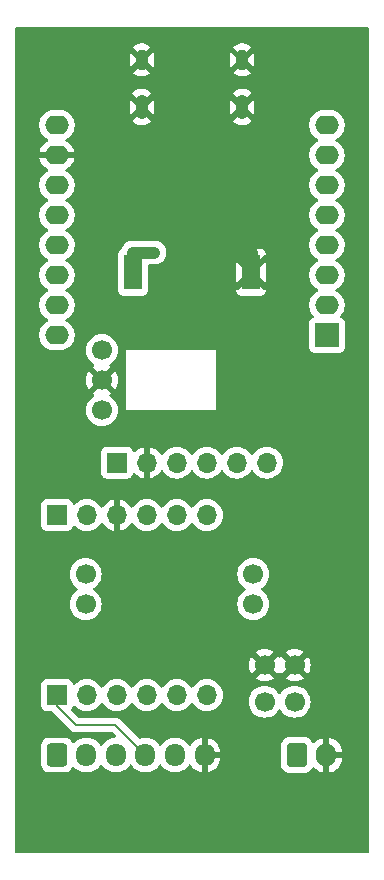
<source format=gbl>
%TF.GenerationSoftware,KiCad,Pcbnew,8.0.7*%
%TF.CreationDate,2025-02-05T23:04:40+01:00*%
%TF.ProjectId,YADCMCB,59414443-4d43-4422-9e6b-696361645f70,rev?*%
%TF.SameCoordinates,Original*%
%TF.FileFunction,Copper,L2,Bot*%
%TF.FilePolarity,Positive*%
%FSLAX46Y46*%
G04 Gerber Fmt 4.6, Leading zero omitted, Abs format (unit mm)*
G04 Created by KiCad (PCBNEW 8.0.7) date 2025-02-05 23:04:40*
%MOMM*%
%LPD*%
G01*
G04 APERTURE LIST*
G04 Aperture macros list*
%AMRoundRect*
0 Rectangle with rounded corners*
0 $1 Rounding radius*
0 $2 $3 $4 $5 $6 $7 $8 $9 X,Y pos of 4 corners*
0 Add a 4 corners polygon primitive as box body*
4,1,4,$2,$3,$4,$5,$6,$7,$8,$9,$2,$3,0*
0 Add four circle primitives for the rounded corners*
1,1,$1+$1,$2,$3*
1,1,$1+$1,$4,$5*
1,1,$1+$1,$6,$7*
1,1,$1+$1,$8,$9*
0 Add four rect primitives between the rounded corners*
20,1,$1+$1,$2,$3,$4,$5,0*
20,1,$1+$1,$4,$5,$6,$7,0*
20,1,$1+$1,$6,$7,$8,$9,0*
20,1,$1+$1,$8,$9,$2,$3,0*%
G04 Aperture macros list end*
%TA.AperFunction,SMDPad,CuDef*%
%ADD10R,1.500000X3.000000*%
%TD*%
%TA.AperFunction,ComponentPad*%
%ADD11O,1.000000X1.800000*%
%TD*%
%TA.AperFunction,ComponentPad*%
%ADD12O,1.000000X2.100000*%
%TD*%
%TA.AperFunction,ComponentPad*%
%ADD13RoundRect,0.250000X-0.600000X-0.750000X0.600000X-0.750000X0.600000X0.750000X-0.600000X0.750000X0*%
%TD*%
%TA.AperFunction,ComponentPad*%
%ADD14O,1.700000X2.000000*%
%TD*%
%TA.AperFunction,ComponentPad*%
%ADD15RoundRect,0.250000X-0.600000X-0.725000X0.600000X-0.725000X0.600000X0.725000X-0.600000X0.725000X0*%
%TD*%
%TA.AperFunction,ComponentPad*%
%ADD16O,1.700000X1.950000*%
%TD*%
%TA.AperFunction,ComponentPad*%
%ADD17R,1.700000X1.700000*%
%TD*%
%TA.AperFunction,ComponentPad*%
%ADD18O,1.700000X1.700000*%
%TD*%
%TA.AperFunction,ComponentPad*%
%ADD19C,1.700000*%
%TD*%
%TA.AperFunction,ComponentPad*%
%ADD20R,2.000000X2.000000*%
%TD*%
%TA.AperFunction,ComponentPad*%
%ADD21O,2.000000X1.600000*%
%TD*%
%TA.AperFunction,ViaPad*%
%ADD22C,3.000000*%
%TD*%
%TA.AperFunction,ViaPad*%
%ADD23C,0.600000*%
%TD*%
%TA.AperFunction,Conductor*%
%ADD24C,0.200000*%
%TD*%
%TA.AperFunction,Conductor*%
%ADD25C,1.000000*%
%TD*%
G04 APERTURE END LIST*
D10*
%TO.P,U3,1,Vcc*%
%TO.N,VUSB*%
X11510000Y-20090000D03*
D11*
%TO.P,U3,2,GND*%
%TO.N,GND*%
X12260000Y-2090000D03*
D12*
X12260000Y-6090000D03*
D11*
X20760000Y-2090000D03*
D12*
X20760000Y-6090000D03*
D10*
X21510000Y-20090000D03*
%TD*%
D13*
%TO.P,J4,1,Pin_1*%
%TO.N,/SW*%
X25400000Y-60960000D03*
D14*
%TO.P,J4,2,Pin_2*%
%TO.N,GND*%
X27900000Y-60960000D03*
%TD*%
D15*
%TO.P,J5,1,Pin_1*%
%TO.N,/OUT1*%
X5080000Y-60960000D03*
D16*
%TO.P,J5,2,Pin_2*%
%TO.N,/OUT2*%
X7580000Y-60960000D03*
%TO.P,J5,3,Pin_3*%
%TO.N,/SPD1*%
X10080000Y-60960000D03*
%TO.P,J5,4,Pin_4*%
%TO.N,+3.3V*%
X12580000Y-60960000D03*
%TO.P,J5,5,Pin_5*%
%TO.N,/SPD2*%
X15080000Y-60960000D03*
%TO.P,J5,6,Pin_6*%
%TO.N,GND*%
X17580000Y-60960000D03*
%TD*%
D17*
%TO.P,J2,1,Pin_1*%
%TO.N,unconnected-(J2-Pin_1-Pad1)*%
X5080000Y-40640000D03*
D18*
%TO.P,J2,2,Pin_2*%
%TO.N,unconnected-(J2-Pin_2-Pad2)*%
X7620000Y-40640000D03*
%TO.P,J2,3,Pin_3*%
%TO.N,GND*%
X10160000Y-40640000D03*
%TO.P,J2,4,Pin_4*%
%TO.N,/Vhbridge*%
X12700000Y-40640000D03*
%TO.P,J2,5,Pin_5*%
%TO.N,/IN2*%
X15240000Y-40640000D03*
%TO.P,J2,6,Pin_6*%
%TO.N,/IN1*%
X17780000Y-40640000D03*
%TD*%
D17*
%TO.P,J3,1,Pin_1*%
%TO.N,+3.3V*%
X10160000Y-36195000D03*
D18*
%TO.P,J3,2,Pin_2*%
%TO.N,GND*%
X12700000Y-36195000D03*
%TO.P,J3,3,Pin_3*%
%TO.N,/SCL*%
X15240000Y-36195000D03*
%TO.P,J3,4,Pin_4*%
%TO.N,/SDA*%
X17780000Y-36195000D03*
%TO.P,J3,5,Pin_5*%
%TO.N,/Vhbridge*%
X20320000Y-36195000D03*
%TO.P,J3,6,Pin_6*%
%TO.N,VUSB*%
X22860000Y-36195000D03*
%TD*%
D19*
%TO.P,U2,1,Vcc*%
%TO.N,/Vhbridge*%
X22665000Y-56440000D03*
X25205000Y-56440000D03*
%TO.P,U2,2,GND*%
%TO.N,GND*%
X22665000Y-53340000D03*
X25205000Y-53340000D03*
%TO.P,U2,3,INA1*%
%TO.N,/IN1*%
X21705000Y-48185000D03*
%TO.P,U2,4,INA2*%
%TO.N,/IN2*%
X21705000Y-45645000D03*
%TO.P,U2,7,OUTA1*%
%TO.N,/OUT1*%
X7505000Y-48185000D03*
%TO.P,U2,8,OUTA2*%
%TO.N,/OUT2*%
X7505000Y-45645000D03*
%TD*%
D20*
%TO.P,U1,1,~{RST}*%
%TO.N,unconnected-(U1-~{RST}-Pad1)*%
X27940000Y-25400000D03*
D21*
%TO.P,U1,2,A0*%
%TO.N,unconnected-(U1-A0-Pad2)*%
X27940000Y-22860000D03*
%TO.P,U1,3,D0*%
%TO.N,unconnected-(U1-D0-Pad3)*%
X27940000Y-20320000D03*
%TO.P,U1,4,SCK/D5*%
%TO.N,/IN2*%
X27940000Y-17780000D03*
%TO.P,U1,5,MISO/D6*%
%TO.N,/IN1*%
X27940000Y-15240000D03*
%TO.P,U1,6,MOSI/D7*%
%TO.N,/SW*%
X27940000Y-12700000D03*
%TO.P,U1,7,CS/D8*%
%TO.N,unconnected-(U1-CS{slash}D8-Pad7)*%
X27940000Y-10160000D03*
%TO.P,U1,8,3V3*%
%TO.N,+3.3V*%
X27940000Y-7620000D03*
%TO.P,U1,9,5V*%
%TO.N,+5V*%
X5080000Y-7620000D03*
%TO.P,U1,10,GND*%
%TO.N,GND*%
X5080000Y-10160000D03*
%TO.P,U1,11,D4*%
%TO.N,unconnected-(U1-D4-Pad11)*%
X5080000Y-12700000D03*
%TO.P,U1,12,D3*%
%TO.N,/SDA*%
X5080000Y-15240000D03*
%TO.P,U1,13,SDA/D2*%
%TO.N,/SPD2*%
X5080000Y-17780000D03*
%TO.P,U1,14,SCL/D1*%
%TO.N,/SPD1*%
X5080000Y-20320000D03*
%TO.P,U1,15,RX*%
%TO.N,unconnected-(U1-RX-Pad15)*%
X5080000Y-22860000D03*
%TO.P,U1,16,TX*%
%TO.N,/SCL*%
X5080000Y-25400000D03*
%TD*%
D19*
%TO.P,U4,1,Vin*%
%TO.N,VUSB*%
X8890000Y-26670000D03*
%TO.P,U4,2,GND*%
%TO.N,GND*%
X8890000Y-29210000D03*
%TO.P,U4,3,Vout*%
%TO.N,+5V*%
X8890000Y-31750000D03*
%TD*%
D17*
%TO.P,J1,1,Pin_1*%
%TO.N,+3.3V*%
X5080000Y-55880000D03*
D18*
%TO.P,J1,2,Pin_2*%
%TO.N,/OUT1*%
X7620000Y-55880000D03*
%TO.P,J1,3,Pin_3*%
%TO.N,/OUT2*%
X10160000Y-55880000D03*
%TO.P,J1,4,Pin_4*%
%TO.N,unconnected-(J1-Pin_4-Pad4)*%
X12700000Y-55880000D03*
%TO.P,J1,5,Pin_5*%
%TO.N,unconnected-(J1-Pin_5-Pad5)*%
X15240000Y-55880000D03*
%TO.P,J1,6,Pin_6*%
%TO.N,unconnected-(J1-Pin_6-Pad6)*%
X17780000Y-55880000D03*
%TD*%
D22*
%TO.N,GND*%
X3510000Y-67290000D03*
D23*
X19685000Y-18415000D03*
D22*
X29510000Y-67290000D03*
X3510000Y-1290000D03*
X29510000Y-1290000D03*
D23*
%TO.N,VUSB*%
X13335000Y-18415000D03*
%TD*%
D24*
%TO.N,+3.3V*%
X5080000Y-56832500D02*
X5080000Y-55880000D01*
X12580000Y-60960000D02*
X10040000Y-58420000D01*
X6667500Y-58420000D02*
X5080000Y-56832500D01*
X10040000Y-58420000D02*
X6667500Y-58420000D01*
D25*
%TO.N,GND*%
X21590000Y-18415000D02*
X21510000Y-18495000D01*
X21510000Y-18495000D02*
X21510000Y-20090000D01*
X19685000Y-18415000D02*
X21590000Y-18415000D01*
%TO.N,VUSB*%
X13335000Y-18415000D02*
X11510000Y-18415000D01*
X11510000Y-18415000D02*
X11510000Y-20090000D01*
%TD*%
%TA.AperFunction,Conductor*%
%TO.N,GND*%
G36*
X31427539Y664815D02*
G01*
X31473294Y612011D01*
X31484500Y560500D01*
X31484500Y-69140500D01*
X31464815Y-69207539D01*
X31412011Y-69253294D01*
X31360500Y-69264500D01*
X1659500Y-69264500D01*
X1592461Y-69244815D01*
X1546706Y-69192011D01*
X1535500Y-69140500D01*
X1535500Y-54982135D01*
X3729500Y-54982135D01*
X3729500Y-56777870D01*
X3729501Y-56777876D01*
X3735908Y-56837483D01*
X3786202Y-56972328D01*
X3786206Y-56972335D01*
X3872452Y-57087544D01*
X3872455Y-57087547D01*
X3987664Y-57173793D01*
X3987671Y-57173797D01*
X4032618Y-57190561D01*
X4122517Y-57224091D01*
X4182127Y-57230500D01*
X4577401Y-57230499D01*
X4644440Y-57250183D01*
X4665082Y-57266818D01*
X4718349Y-57320085D01*
X4718355Y-57320090D01*
X6182639Y-58784374D01*
X6182649Y-58784385D01*
X6186979Y-58788715D01*
X6186980Y-58788716D01*
X6298784Y-58900520D01*
X6385595Y-58950639D01*
X6385597Y-58950641D01*
X6423651Y-58972611D01*
X6435715Y-58979577D01*
X6588443Y-59020501D01*
X6588446Y-59020501D01*
X6754153Y-59020501D01*
X6754169Y-59020500D01*
X9739903Y-59020500D01*
X9806942Y-59040185D01*
X9827584Y-59056819D01*
X10044685Y-59273920D01*
X10078170Y-59335243D01*
X10073186Y-59404935D01*
X10031314Y-59460868D01*
X9976402Y-59484074D01*
X9763760Y-59517753D01*
X9561585Y-59583444D01*
X9372179Y-59679951D01*
X9200213Y-59804890D01*
X9049894Y-59955209D01*
X9049890Y-59955214D01*
X8930318Y-60119793D01*
X8874989Y-60162459D01*
X8805375Y-60168438D01*
X8743580Y-60135833D01*
X8729682Y-60119793D01*
X8610109Y-59955214D01*
X8610105Y-59955209D01*
X8459786Y-59804890D01*
X8287820Y-59679951D01*
X8098414Y-59583444D01*
X8098413Y-59583443D01*
X8098412Y-59583443D01*
X7896243Y-59517754D01*
X7896241Y-59517753D01*
X7896240Y-59517753D01*
X7734957Y-59492208D01*
X7686287Y-59484500D01*
X7473713Y-59484500D01*
X7425042Y-59492208D01*
X7263760Y-59517753D01*
X7061585Y-59583444D01*
X6872179Y-59679951D01*
X6700215Y-59804889D01*
X6561398Y-59943706D01*
X6500075Y-59977190D01*
X6430383Y-59972206D01*
X6374450Y-59930334D01*
X6368178Y-59921120D01*
X6272712Y-59766344D01*
X6148657Y-59642289D01*
X6148656Y-59642288D01*
X6053253Y-59583443D01*
X5999336Y-59550187D01*
X5999331Y-59550185D01*
X5997862Y-59549698D01*
X5832797Y-59495001D01*
X5832795Y-59495000D01*
X5730010Y-59484500D01*
X4429998Y-59484500D01*
X4429981Y-59484501D01*
X4327203Y-59495000D01*
X4327200Y-59495001D01*
X4160668Y-59550185D01*
X4160663Y-59550187D01*
X4011342Y-59642289D01*
X3887289Y-59766342D01*
X3795187Y-59915663D01*
X3795185Y-59915668D01*
X3782938Y-59952628D01*
X3740001Y-60082203D01*
X3740001Y-60082204D01*
X3740000Y-60082204D01*
X3729500Y-60184983D01*
X3729500Y-61735001D01*
X3729501Y-61735018D01*
X3740000Y-61837796D01*
X3740001Y-61837799D01*
X3795185Y-62004331D01*
X3795186Y-62004334D01*
X3887288Y-62153656D01*
X4011344Y-62277712D01*
X4160666Y-62369814D01*
X4327203Y-62424999D01*
X4429991Y-62435500D01*
X5730008Y-62435499D01*
X5832797Y-62424999D01*
X5999334Y-62369814D01*
X6148656Y-62277712D01*
X6272712Y-62153656D01*
X6364814Y-62004334D01*
X6364814Y-62004331D01*
X6368178Y-61998879D01*
X6420126Y-61952154D01*
X6489088Y-61940931D01*
X6553170Y-61968774D01*
X6561398Y-61976294D01*
X6700213Y-62115109D01*
X6872179Y-62240048D01*
X6872181Y-62240049D01*
X6872184Y-62240051D01*
X7061588Y-62336557D01*
X7263757Y-62402246D01*
X7473713Y-62435500D01*
X7473714Y-62435500D01*
X7686286Y-62435500D01*
X7686287Y-62435500D01*
X7896243Y-62402246D01*
X8098412Y-62336557D01*
X8287816Y-62240051D01*
X8309789Y-62224086D01*
X8459786Y-62115109D01*
X8459788Y-62115106D01*
X8459792Y-62115104D01*
X8610104Y-61964792D01*
X8729683Y-61800204D01*
X8785011Y-61757540D01*
X8854624Y-61751561D01*
X8916420Y-61784166D01*
X8930313Y-61800199D01*
X9032560Y-61940931D01*
X9049896Y-61964792D01*
X9200213Y-62115109D01*
X9372179Y-62240048D01*
X9372181Y-62240049D01*
X9372184Y-62240051D01*
X9561588Y-62336557D01*
X9763757Y-62402246D01*
X9973713Y-62435500D01*
X9973714Y-62435500D01*
X10186286Y-62435500D01*
X10186287Y-62435500D01*
X10396243Y-62402246D01*
X10598412Y-62336557D01*
X10787816Y-62240051D01*
X10809789Y-62224086D01*
X10959786Y-62115109D01*
X10959788Y-62115106D01*
X10959792Y-62115104D01*
X11110104Y-61964792D01*
X11229683Y-61800204D01*
X11285011Y-61757540D01*
X11354624Y-61751561D01*
X11416420Y-61784166D01*
X11430313Y-61800199D01*
X11532560Y-61940931D01*
X11549896Y-61964792D01*
X11700213Y-62115109D01*
X11872179Y-62240048D01*
X11872181Y-62240049D01*
X11872184Y-62240051D01*
X12061588Y-62336557D01*
X12263757Y-62402246D01*
X12473713Y-62435500D01*
X12473714Y-62435500D01*
X12686286Y-62435500D01*
X12686287Y-62435500D01*
X12896243Y-62402246D01*
X13098412Y-62336557D01*
X13287816Y-62240051D01*
X13309789Y-62224086D01*
X13459786Y-62115109D01*
X13459788Y-62115106D01*
X13459792Y-62115104D01*
X13610104Y-61964792D01*
X13729683Y-61800204D01*
X13785011Y-61757540D01*
X13854624Y-61751561D01*
X13916420Y-61784166D01*
X13930313Y-61800199D01*
X14032560Y-61940931D01*
X14049896Y-61964792D01*
X14200213Y-62115109D01*
X14372179Y-62240048D01*
X14372181Y-62240049D01*
X14372184Y-62240051D01*
X14561588Y-62336557D01*
X14763757Y-62402246D01*
X14973713Y-62435500D01*
X14973714Y-62435500D01*
X15186286Y-62435500D01*
X15186287Y-62435500D01*
X15396243Y-62402246D01*
X15598412Y-62336557D01*
X15787816Y-62240051D01*
X15809789Y-62224086D01*
X15959786Y-62115109D01*
X15959788Y-62115106D01*
X15959792Y-62115104D01*
X16110104Y-61964792D01*
X16229991Y-61799779D01*
X16285320Y-61757115D01*
X16354933Y-61751136D01*
X16416729Y-61783741D01*
X16430627Y-61799781D01*
X16550272Y-61964459D01*
X16550276Y-61964464D01*
X16700535Y-62114723D01*
X16700540Y-62114727D01*
X16872442Y-62239620D01*
X17061782Y-62336095D01*
X17263871Y-62401757D01*
X17330000Y-62412231D01*
X17330000Y-61364145D01*
X17396657Y-61402630D01*
X17517465Y-61435000D01*
X17642535Y-61435000D01*
X17763343Y-61402630D01*
X17830000Y-61364145D01*
X17830000Y-62412230D01*
X17896126Y-62401757D01*
X17896129Y-62401757D01*
X18098217Y-62336095D01*
X18287557Y-62239620D01*
X18459459Y-62114727D01*
X18459464Y-62114723D01*
X18609723Y-61964464D01*
X18609727Y-61964459D01*
X18734620Y-61792557D01*
X18831095Y-61603217D01*
X18896757Y-61401130D01*
X18896757Y-61401127D01*
X18927030Y-61210000D01*
X17984146Y-61210000D01*
X18022630Y-61143343D01*
X18055000Y-61022535D01*
X18055000Y-60897465D01*
X18022630Y-60776657D01*
X17984146Y-60710000D01*
X18927030Y-60710000D01*
X18896757Y-60518872D01*
X18896757Y-60518869D01*
X18831095Y-60316782D01*
X18751201Y-60159983D01*
X24049500Y-60159983D01*
X24049500Y-61760001D01*
X24049501Y-61760018D01*
X24060000Y-61862796D01*
X24060001Y-61862799D01*
X24093690Y-61964464D01*
X24115186Y-62029334D01*
X24207288Y-62178656D01*
X24331344Y-62302712D01*
X24480666Y-62394814D01*
X24647203Y-62449999D01*
X24749991Y-62460500D01*
X26050008Y-62460499D01*
X26152797Y-62449999D01*
X26319334Y-62394814D01*
X26468656Y-62302712D01*
X26592712Y-62178656D01*
X26684814Y-62029334D01*
X26684814Y-62029331D01*
X26688448Y-62023441D01*
X26740395Y-61976716D01*
X26809358Y-61965493D01*
X26873440Y-61993336D01*
X26881668Y-62000856D01*
X27020535Y-62139723D01*
X27020540Y-62139727D01*
X27192442Y-62264620D01*
X27381782Y-62361095D01*
X27583871Y-62426757D01*
X27650000Y-62437231D01*
X27650000Y-61393012D01*
X27707007Y-61425925D01*
X27834174Y-61460000D01*
X27965826Y-61460000D01*
X28092993Y-61425925D01*
X28150000Y-61393012D01*
X28150000Y-62437230D01*
X28216126Y-62426757D01*
X28216129Y-62426757D01*
X28418217Y-62361095D01*
X28607557Y-62264620D01*
X28779459Y-62139727D01*
X28779464Y-62139723D01*
X28929723Y-61989464D01*
X28929727Y-61989459D01*
X29054620Y-61817557D01*
X29151095Y-61628217D01*
X29216757Y-61426130D01*
X29216757Y-61426127D01*
X29250000Y-61216246D01*
X29250000Y-61210000D01*
X28333012Y-61210000D01*
X28365925Y-61152993D01*
X28400000Y-61025826D01*
X28400000Y-60894174D01*
X28365925Y-60767007D01*
X28333012Y-60710000D01*
X29250000Y-60710000D01*
X29250000Y-60703753D01*
X29216757Y-60493872D01*
X29216757Y-60493869D01*
X29151095Y-60291782D01*
X29054620Y-60102442D01*
X28929727Y-59930540D01*
X28929723Y-59930535D01*
X28779464Y-59780276D01*
X28779459Y-59780272D01*
X28607557Y-59655379D01*
X28418215Y-59558903D01*
X28216124Y-59493241D01*
X28150000Y-59482768D01*
X28150000Y-60526988D01*
X28092993Y-60494075D01*
X27965826Y-60460000D01*
X27834174Y-60460000D01*
X27707007Y-60494075D01*
X27650000Y-60526988D01*
X27650000Y-59482768D01*
X27649999Y-59482768D01*
X27583875Y-59493241D01*
X27381784Y-59558903D01*
X27192442Y-59655379D01*
X27020541Y-59780271D01*
X26881668Y-59919144D01*
X26820345Y-59952628D01*
X26750653Y-59947644D01*
X26694720Y-59905772D01*
X26688448Y-59896558D01*
X26592712Y-59741344D01*
X26468657Y-59617289D01*
X26468656Y-59617288D01*
X26359864Y-59550185D01*
X26319336Y-59525187D01*
X26319331Y-59525185D01*
X26298375Y-59518241D01*
X26152797Y-59470001D01*
X26152795Y-59470000D01*
X26050010Y-59459500D01*
X24749998Y-59459500D01*
X24749981Y-59459501D01*
X24647203Y-59470000D01*
X24647200Y-59470001D01*
X24480668Y-59525185D01*
X24480663Y-59525187D01*
X24331342Y-59617289D01*
X24207289Y-59741342D01*
X24115187Y-59890663D01*
X24115185Y-59890668D01*
X24093689Y-59955540D01*
X24060001Y-60057203D01*
X24060001Y-60057204D01*
X24060000Y-60057204D01*
X24049500Y-60159983D01*
X18751201Y-60159983D01*
X18734620Y-60127442D01*
X18609727Y-59955540D01*
X18609723Y-59955535D01*
X18459464Y-59805276D01*
X18459459Y-59805272D01*
X18287557Y-59680379D01*
X18098215Y-59583903D01*
X17896124Y-59518241D01*
X17830000Y-59507768D01*
X17830000Y-60555854D01*
X17763343Y-60517370D01*
X17642535Y-60485000D01*
X17517465Y-60485000D01*
X17396657Y-60517370D01*
X17330000Y-60555854D01*
X17330000Y-59507768D01*
X17329999Y-59507768D01*
X17263875Y-59518241D01*
X17061784Y-59583903D01*
X16872442Y-59680379D01*
X16700540Y-59805272D01*
X16700535Y-59805276D01*
X16550276Y-59955535D01*
X16550272Y-59955540D01*
X16430627Y-60120218D01*
X16375297Y-60162884D01*
X16305684Y-60168863D01*
X16243889Y-60136257D01*
X16229991Y-60120218D01*
X16110109Y-59955214D01*
X16110105Y-59955209D01*
X15959786Y-59804890D01*
X15787820Y-59679951D01*
X15598414Y-59583444D01*
X15598413Y-59583443D01*
X15598412Y-59583443D01*
X15396243Y-59517754D01*
X15396241Y-59517753D01*
X15396240Y-59517753D01*
X15234957Y-59492208D01*
X15186287Y-59484500D01*
X14973713Y-59484500D01*
X14925042Y-59492208D01*
X14763760Y-59517753D01*
X14561585Y-59583444D01*
X14372179Y-59679951D01*
X14200213Y-59804890D01*
X14049894Y-59955209D01*
X14049890Y-59955214D01*
X13930318Y-60119793D01*
X13874989Y-60162459D01*
X13805375Y-60168438D01*
X13743580Y-60135833D01*
X13729682Y-60119793D01*
X13610109Y-59955214D01*
X13610105Y-59955209D01*
X13459786Y-59804890D01*
X13287820Y-59679951D01*
X13098414Y-59583444D01*
X13098413Y-59583443D01*
X13098412Y-59583443D01*
X12896243Y-59517754D01*
X12896241Y-59517753D01*
X12896240Y-59517753D01*
X12734957Y-59492208D01*
X12686287Y-59484500D01*
X12473713Y-59484500D01*
X12425042Y-59492208D01*
X12263760Y-59517753D01*
X12263757Y-59517754D01*
X12127129Y-59562147D01*
X12057290Y-59564142D01*
X12001132Y-59531897D01*
X10527590Y-58058355D01*
X10527588Y-58058352D01*
X10408717Y-57939481D01*
X10408716Y-57939480D01*
X10321904Y-57889360D01*
X10321904Y-57889359D01*
X10321900Y-57889358D01*
X10271785Y-57860423D01*
X10119057Y-57819499D01*
X9960943Y-57819499D01*
X9953347Y-57819499D01*
X9953331Y-57819500D01*
X6967597Y-57819500D01*
X6900558Y-57799815D01*
X6879916Y-57783181D01*
X6319313Y-57222578D01*
X6285828Y-57161255D01*
X6290812Y-57091563D01*
X6307725Y-57060590D01*
X6373796Y-56972331D01*
X6422810Y-56840916D01*
X6464681Y-56784984D01*
X6530145Y-56760566D01*
X6598418Y-56775417D01*
X6626673Y-56796569D01*
X6748599Y-56918495D01*
X6845384Y-56986265D01*
X6942165Y-57054032D01*
X6942167Y-57054033D01*
X6942170Y-57054035D01*
X7156337Y-57153903D01*
X7384592Y-57215063D01*
X7561034Y-57230500D01*
X7619999Y-57235659D01*
X7620000Y-57235659D01*
X7620001Y-57235659D01*
X7678966Y-57230500D01*
X7855408Y-57215063D01*
X8083663Y-57153903D01*
X8297830Y-57054035D01*
X8491401Y-56918495D01*
X8658495Y-56751401D01*
X8788425Y-56565842D01*
X8843002Y-56522217D01*
X8912500Y-56515023D01*
X8974855Y-56546546D01*
X8991575Y-56565842D01*
X9121500Y-56751395D01*
X9121505Y-56751401D01*
X9288599Y-56918495D01*
X9385384Y-56986265D01*
X9482165Y-57054032D01*
X9482167Y-57054033D01*
X9482170Y-57054035D01*
X9696337Y-57153903D01*
X9924592Y-57215063D01*
X10101034Y-57230500D01*
X10159999Y-57235659D01*
X10160000Y-57235659D01*
X10160001Y-57235659D01*
X10218966Y-57230500D01*
X10395408Y-57215063D01*
X10623663Y-57153903D01*
X10837830Y-57054035D01*
X11031401Y-56918495D01*
X11198495Y-56751401D01*
X11328425Y-56565842D01*
X11383002Y-56522217D01*
X11452500Y-56515023D01*
X11514855Y-56546546D01*
X11531575Y-56565842D01*
X11661500Y-56751395D01*
X11661505Y-56751401D01*
X11828599Y-56918495D01*
X11925384Y-56986265D01*
X12022165Y-57054032D01*
X12022167Y-57054033D01*
X12022170Y-57054035D01*
X12236337Y-57153903D01*
X12464592Y-57215063D01*
X12641034Y-57230500D01*
X12699999Y-57235659D01*
X12700000Y-57235659D01*
X12700001Y-57235659D01*
X12758966Y-57230500D01*
X12935408Y-57215063D01*
X13163663Y-57153903D01*
X13377830Y-57054035D01*
X13571401Y-56918495D01*
X13738495Y-56751401D01*
X13868425Y-56565842D01*
X13923002Y-56522217D01*
X13992500Y-56515023D01*
X14054855Y-56546546D01*
X14071575Y-56565842D01*
X14201500Y-56751395D01*
X14201505Y-56751401D01*
X14368599Y-56918495D01*
X14465384Y-56986265D01*
X14562165Y-57054032D01*
X14562167Y-57054033D01*
X14562170Y-57054035D01*
X14776337Y-57153903D01*
X15004592Y-57215063D01*
X15181034Y-57230500D01*
X15239999Y-57235659D01*
X15240000Y-57235659D01*
X15240001Y-57235659D01*
X15298966Y-57230500D01*
X15475408Y-57215063D01*
X15703663Y-57153903D01*
X15917830Y-57054035D01*
X16111401Y-56918495D01*
X16278495Y-56751401D01*
X16408425Y-56565842D01*
X16463002Y-56522217D01*
X16532500Y-56515023D01*
X16594855Y-56546546D01*
X16611575Y-56565842D01*
X16741500Y-56751395D01*
X16741505Y-56751401D01*
X16908599Y-56918495D01*
X17005384Y-56986265D01*
X17102165Y-57054032D01*
X17102167Y-57054033D01*
X17102170Y-57054035D01*
X17316337Y-57153903D01*
X17544592Y-57215063D01*
X17721034Y-57230500D01*
X17779999Y-57235659D01*
X17780000Y-57235659D01*
X17780001Y-57235659D01*
X17838966Y-57230500D01*
X18015408Y-57215063D01*
X18243663Y-57153903D01*
X18457830Y-57054035D01*
X18651401Y-56918495D01*
X18818495Y-56751401D01*
X18954035Y-56557830D01*
X19008981Y-56439999D01*
X21309341Y-56439999D01*
X21309341Y-56440000D01*
X21329936Y-56675403D01*
X21329938Y-56675413D01*
X21391094Y-56903655D01*
X21391096Y-56903659D01*
X21391097Y-56903663D01*
X21485703Y-57106546D01*
X21490965Y-57117830D01*
X21490967Y-57117834D01*
X21559047Y-57215061D01*
X21626505Y-57311401D01*
X21793599Y-57478495D01*
X21890384Y-57546265D01*
X21987165Y-57614032D01*
X21987167Y-57614033D01*
X21987170Y-57614035D01*
X22201337Y-57713903D01*
X22429592Y-57775063D01*
X22617918Y-57791539D01*
X22664999Y-57795659D01*
X22665000Y-57795659D01*
X22665001Y-57795659D01*
X22704234Y-57792226D01*
X22900408Y-57775063D01*
X23128663Y-57713903D01*
X23342830Y-57614035D01*
X23536401Y-57478495D01*
X23703495Y-57311401D01*
X23833425Y-57125842D01*
X23888002Y-57082217D01*
X23957500Y-57075023D01*
X24019855Y-57106546D01*
X24036575Y-57125842D01*
X24166500Y-57311395D01*
X24166505Y-57311401D01*
X24333599Y-57478495D01*
X24430384Y-57546265D01*
X24527165Y-57614032D01*
X24527167Y-57614033D01*
X24527170Y-57614035D01*
X24741337Y-57713903D01*
X24969592Y-57775063D01*
X25157918Y-57791539D01*
X25204999Y-57795659D01*
X25205000Y-57795659D01*
X25205001Y-57795659D01*
X25244234Y-57792226D01*
X25440408Y-57775063D01*
X25668663Y-57713903D01*
X25882830Y-57614035D01*
X26076401Y-57478495D01*
X26243495Y-57311401D01*
X26379035Y-57117830D01*
X26478903Y-56903663D01*
X26540063Y-56675408D01*
X26560659Y-56440000D01*
X26540063Y-56204592D01*
X26478903Y-55976337D01*
X26379035Y-55762171D01*
X26373425Y-55754158D01*
X26243494Y-55568597D01*
X26076402Y-55401506D01*
X26076395Y-55401501D01*
X25882834Y-55265967D01*
X25882830Y-55265965D01*
X25837821Y-55244977D01*
X25668663Y-55166097D01*
X25668659Y-55166096D01*
X25668655Y-55166094D01*
X25440413Y-55104938D01*
X25440403Y-55104936D01*
X25205001Y-55084341D01*
X25204999Y-55084341D01*
X24969596Y-55104936D01*
X24969586Y-55104938D01*
X24741344Y-55166094D01*
X24741335Y-55166098D01*
X24527171Y-55265964D01*
X24527169Y-55265965D01*
X24333597Y-55401505D01*
X24166505Y-55568597D01*
X24036575Y-55754158D01*
X23981998Y-55797783D01*
X23912500Y-55804977D01*
X23850145Y-55773454D01*
X23833425Y-55754158D01*
X23703494Y-55568597D01*
X23536402Y-55401506D01*
X23536395Y-55401501D01*
X23342834Y-55265967D01*
X23342830Y-55265965D01*
X23297821Y-55244977D01*
X23128663Y-55166097D01*
X23128659Y-55166096D01*
X23128655Y-55166094D01*
X22900413Y-55104938D01*
X22900403Y-55104936D01*
X22665001Y-55084341D01*
X22664999Y-55084341D01*
X22429596Y-55104936D01*
X22429586Y-55104938D01*
X22201344Y-55166094D01*
X22201335Y-55166098D01*
X21987171Y-55265964D01*
X21987169Y-55265965D01*
X21793597Y-55401505D01*
X21626505Y-55568597D01*
X21490965Y-55762169D01*
X21490964Y-55762171D01*
X21391098Y-55976335D01*
X21391094Y-55976344D01*
X21329938Y-56204586D01*
X21329936Y-56204596D01*
X21309341Y-56439999D01*
X19008981Y-56439999D01*
X19053903Y-56343663D01*
X19115063Y-56115408D01*
X19135659Y-55880000D01*
X19115063Y-55644592D01*
X19053903Y-55416337D01*
X18954035Y-55202171D01*
X18948425Y-55194158D01*
X18818494Y-55008597D01*
X18651402Y-54841506D01*
X18651395Y-54841501D01*
X18457834Y-54705967D01*
X18457830Y-54705965D01*
X18390497Y-54674567D01*
X18243663Y-54606097D01*
X18243659Y-54606096D01*
X18243655Y-54606094D01*
X18015413Y-54544938D01*
X18015403Y-54544936D01*
X17780001Y-54524341D01*
X17779999Y-54524341D01*
X17544596Y-54544936D01*
X17544586Y-54544938D01*
X17316344Y-54606094D01*
X17316335Y-54606098D01*
X17102171Y-54705964D01*
X17102169Y-54705965D01*
X16908597Y-54841505D01*
X16741505Y-55008597D01*
X16611575Y-55194158D01*
X16556998Y-55237783D01*
X16487500Y-55244977D01*
X16425145Y-55213454D01*
X16408425Y-55194158D01*
X16278494Y-55008597D01*
X16111402Y-54841506D01*
X16111395Y-54841501D01*
X15917834Y-54705967D01*
X15917830Y-54705965D01*
X15850497Y-54674567D01*
X15703663Y-54606097D01*
X15703659Y-54606096D01*
X15703655Y-54606094D01*
X15475413Y-54544938D01*
X15475403Y-54544936D01*
X15240001Y-54524341D01*
X15239999Y-54524341D01*
X15004596Y-54544936D01*
X15004586Y-54544938D01*
X14776344Y-54606094D01*
X14776335Y-54606098D01*
X14562171Y-54705964D01*
X14562169Y-54705965D01*
X14368597Y-54841505D01*
X14201505Y-55008597D01*
X14071575Y-55194158D01*
X14016998Y-55237783D01*
X13947500Y-55244977D01*
X13885145Y-55213454D01*
X13868425Y-55194158D01*
X13738494Y-55008597D01*
X13571402Y-54841506D01*
X13571395Y-54841501D01*
X13377834Y-54705967D01*
X13377830Y-54705965D01*
X13310497Y-54674567D01*
X13163663Y-54606097D01*
X13163659Y-54606096D01*
X13163655Y-54606094D01*
X12935413Y-54544938D01*
X12935403Y-54544936D01*
X12700001Y-54524341D01*
X12699999Y-54524341D01*
X12464596Y-54544936D01*
X12464586Y-54544938D01*
X12236344Y-54606094D01*
X12236335Y-54606098D01*
X12022171Y-54705964D01*
X12022169Y-54705965D01*
X11828597Y-54841505D01*
X11661505Y-55008597D01*
X11531575Y-55194158D01*
X11476998Y-55237783D01*
X11407500Y-55244977D01*
X11345145Y-55213454D01*
X11328425Y-55194158D01*
X11198494Y-55008597D01*
X11031402Y-54841506D01*
X11031395Y-54841501D01*
X10837834Y-54705967D01*
X10837830Y-54705965D01*
X10770497Y-54674567D01*
X10623663Y-54606097D01*
X10623659Y-54606096D01*
X10623655Y-54606094D01*
X10395413Y-54544938D01*
X10395403Y-54544936D01*
X10160001Y-54524341D01*
X10159999Y-54524341D01*
X9924596Y-54544936D01*
X9924586Y-54544938D01*
X9696344Y-54606094D01*
X9696335Y-54606098D01*
X9482171Y-54705964D01*
X9482169Y-54705965D01*
X9288597Y-54841505D01*
X9121505Y-55008597D01*
X8991575Y-55194158D01*
X8936998Y-55237783D01*
X8867500Y-55244977D01*
X8805145Y-55213454D01*
X8788425Y-55194158D01*
X8658494Y-55008597D01*
X8491402Y-54841506D01*
X8491395Y-54841501D01*
X8297834Y-54705967D01*
X8297830Y-54705965D01*
X8230497Y-54674567D01*
X8083663Y-54606097D01*
X8083659Y-54606096D01*
X8083655Y-54606094D01*
X7855413Y-54544938D01*
X7855403Y-54544936D01*
X7620001Y-54524341D01*
X7619999Y-54524341D01*
X7384596Y-54544936D01*
X7384586Y-54544938D01*
X7156344Y-54606094D01*
X7156335Y-54606098D01*
X6942171Y-54705964D01*
X6942169Y-54705965D01*
X6748600Y-54841503D01*
X6626673Y-54963430D01*
X6565350Y-54996914D01*
X6495658Y-54991930D01*
X6439725Y-54950058D01*
X6422810Y-54919081D01*
X6373797Y-54787671D01*
X6373793Y-54787664D01*
X6287547Y-54672455D01*
X6287544Y-54672452D01*
X6172335Y-54586206D01*
X6172328Y-54586202D01*
X6037482Y-54535908D01*
X6037483Y-54535908D01*
X5977883Y-54529501D01*
X5977881Y-54529500D01*
X5977873Y-54529500D01*
X5977864Y-54529500D01*
X4182129Y-54529500D01*
X4182123Y-54529501D01*
X4122516Y-54535908D01*
X3987671Y-54586202D01*
X3987664Y-54586206D01*
X3872455Y-54672452D01*
X3872452Y-54672455D01*
X3786206Y-54787664D01*
X3786202Y-54787671D01*
X3735908Y-54922517D01*
X3729501Y-54982116D01*
X3729500Y-54982135D01*
X1535500Y-54982135D01*
X1535500Y-53339998D01*
X21309843Y-53339998D01*
X21309843Y-53340001D01*
X21330430Y-53575315D01*
X21330432Y-53575326D01*
X21391566Y-53803483D01*
X21391570Y-53803492D01*
X21491398Y-54017576D01*
X21550073Y-54101372D01*
X22182037Y-53469408D01*
X22199075Y-53532993D01*
X22264901Y-53647007D01*
X22357993Y-53740099D01*
X22472007Y-53805925D01*
X22535591Y-53822962D01*
X21903626Y-54454926D01*
X21987417Y-54513598D01*
X21987421Y-54513600D01*
X22201507Y-54613429D01*
X22201516Y-54613433D01*
X22429673Y-54674567D01*
X22429684Y-54674569D01*
X22664998Y-54695157D01*
X22665002Y-54695157D01*
X22900315Y-54674569D01*
X22900326Y-54674567D01*
X23128483Y-54613433D01*
X23128492Y-54613429D01*
X23342580Y-54513599D01*
X23426371Y-54454925D01*
X22794408Y-53822962D01*
X22857993Y-53805925D01*
X22972007Y-53740099D01*
X23065099Y-53647007D01*
X23130925Y-53532993D01*
X23147962Y-53469408D01*
X23779925Y-54101371D01*
X23833426Y-54024968D01*
X23888004Y-53981344D01*
X23957502Y-53974152D01*
X24019856Y-54005675D01*
X24036575Y-54024969D01*
X24090073Y-54101372D01*
X24722037Y-53469408D01*
X24739075Y-53532993D01*
X24804901Y-53647007D01*
X24897993Y-53740099D01*
X25012007Y-53805925D01*
X25075591Y-53822962D01*
X24443626Y-54454926D01*
X24527417Y-54513598D01*
X24527421Y-54513600D01*
X24741507Y-54613429D01*
X24741516Y-54613433D01*
X24969673Y-54674567D01*
X24969684Y-54674569D01*
X25204998Y-54695157D01*
X25205002Y-54695157D01*
X25440315Y-54674569D01*
X25440326Y-54674567D01*
X25668483Y-54613433D01*
X25668492Y-54613429D01*
X25882580Y-54513599D01*
X25966371Y-54454925D01*
X25334408Y-53822962D01*
X25397993Y-53805925D01*
X25512007Y-53740099D01*
X25605099Y-53647007D01*
X25670925Y-53532993D01*
X25687962Y-53469408D01*
X26319925Y-54101371D01*
X26378599Y-54017580D01*
X26478429Y-53803492D01*
X26478433Y-53803483D01*
X26539567Y-53575326D01*
X26539569Y-53575315D01*
X26560157Y-53340001D01*
X26560157Y-53339998D01*
X26539569Y-53104684D01*
X26539567Y-53104673D01*
X26478433Y-52876516D01*
X26478429Y-52876507D01*
X26378601Y-52662424D01*
X26319925Y-52578626D01*
X25687962Y-53210590D01*
X25670925Y-53147007D01*
X25605099Y-53032993D01*
X25512007Y-52939901D01*
X25397993Y-52874075D01*
X25334409Y-52857037D01*
X25966372Y-52225073D01*
X25882576Y-52166398D01*
X25668492Y-52066570D01*
X25668483Y-52066566D01*
X25440326Y-52005432D01*
X25440315Y-52005430D01*
X25205002Y-51984843D01*
X25204998Y-51984843D01*
X24969684Y-52005430D01*
X24969673Y-52005432D01*
X24741516Y-52066566D01*
X24741507Y-52066570D01*
X24527423Y-52166399D01*
X24527421Y-52166400D01*
X24443627Y-52225073D01*
X24443626Y-52225073D01*
X25075591Y-52857037D01*
X25012007Y-52874075D01*
X24897993Y-52939901D01*
X24804901Y-53032993D01*
X24739075Y-53147007D01*
X24722037Y-53210590D01*
X24090073Y-52578626D01*
X24090073Y-52578627D01*
X24036575Y-52655031D01*
X23981999Y-52698656D01*
X23912500Y-52705850D01*
X23850145Y-52674327D01*
X23833425Y-52655032D01*
X23779925Y-52578626D01*
X23147962Y-53210590D01*
X23130925Y-53147007D01*
X23065099Y-53032993D01*
X22972007Y-52939901D01*
X22857993Y-52874075D01*
X22794409Y-52857037D01*
X23426372Y-52225073D01*
X23342576Y-52166398D01*
X23128492Y-52066570D01*
X23128483Y-52066566D01*
X22900326Y-52005432D01*
X22900315Y-52005430D01*
X22665002Y-51984843D01*
X22664998Y-51984843D01*
X22429684Y-52005430D01*
X22429673Y-52005432D01*
X22201516Y-52066566D01*
X22201507Y-52066570D01*
X21987423Y-52166399D01*
X21987421Y-52166400D01*
X21903627Y-52225073D01*
X21903626Y-52225073D01*
X22535591Y-52857037D01*
X22472007Y-52874075D01*
X22357993Y-52939901D01*
X22264901Y-53032993D01*
X22199075Y-53147007D01*
X22182037Y-53210590D01*
X21550073Y-52578626D01*
X21550073Y-52578627D01*
X21491400Y-52662421D01*
X21491399Y-52662423D01*
X21391570Y-52876507D01*
X21391566Y-52876516D01*
X21330432Y-53104673D01*
X21330430Y-53104684D01*
X21309843Y-53339998D01*
X1535500Y-53339998D01*
X1535500Y-45644999D01*
X6149341Y-45644999D01*
X6149341Y-45645000D01*
X6169936Y-45880403D01*
X6169938Y-45880413D01*
X6231094Y-46108655D01*
X6231096Y-46108659D01*
X6231097Y-46108663D01*
X6330965Y-46322830D01*
X6330967Y-46322834D01*
X6466501Y-46516395D01*
X6466506Y-46516402D01*
X6633597Y-46683493D01*
X6633603Y-46683498D01*
X6819158Y-46813425D01*
X6862783Y-46868002D01*
X6869977Y-46937500D01*
X6838454Y-46999855D01*
X6819158Y-47016575D01*
X6633597Y-47146505D01*
X6466505Y-47313597D01*
X6330965Y-47507169D01*
X6330964Y-47507171D01*
X6231098Y-47721335D01*
X6231094Y-47721344D01*
X6169938Y-47949586D01*
X6169936Y-47949596D01*
X6149341Y-48184999D01*
X6149341Y-48185000D01*
X6169936Y-48420403D01*
X6169938Y-48420413D01*
X6231094Y-48648655D01*
X6231096Y-48648659D01*
X6231097Y-48648663D01*
X6330965Y-48862830D01*
X6330967Y-48862834D01*
X6439281Y-49017521D01*
X6466505Y-49056401D01*
X6633599Y-49223495D01*
X6730384Y-49291265D01*
X6827165Y-49359032D01*
X6827167Y-49359033D01*
X6827170Y-49359035D01*
X7041337Y-49458903D01*
X7269592Y-49520063D01*
X7457918Y-49536539D01*
X7504999Y-49540659D01*
X7505000Y-49540659D01*
X7505001Y-49540659D01*
X7544234Y-49537226D01*
X7740408Y-49520063D01*
X7968663Y-49458903D01*
X8182830Y-49359035D01*
X8376401Y-49223495D01*
X8543495Y-49056401D01*
X8679035Y-48862830D01*
X8778903Y-48648663D01*
X8840063Y-48420408D01*
X8860659Y-48185000D01*
X8840063Y-47949592D01*
X8778903Y-47721337D01*
X8679035Y-47507171D01*
X8543495Y-47313599D01*
X8543494Y-47313597D01*
X8376402Y-47146506D01*
X8376396Y-47146501D01*
X8190842Y-47016575D01*
X8147217Y-46961998D01*
X8140023Y-46892500D01*
X8171546Y-46830145D01*
X8190842Y-46813425D01*
X8213026Y-46797891D01*
X8376401Y-46683495D01*
X8543495Y-46516401D01*
X8679035Y-46322830D01*
X8778903Y-46108663D01*
X8840063Y-45880408D01*
X8860659Y-45645000D01*
X8860659Y-45644999D01*
X20349341Y-45644999D01*
X20349341Y-45645000D01*
X20369936Y-45880403D01*
X20369938Y-45880413D01*
X20431094Y-46108655D01*
X20431096Y-46108659D01*
X20431097Y-46108663D01*
X20530965Y-46322830D01*
X20530967Y-46322834D01*
X20666501Y-46516395D01*
X20666506Y-46516402D01*
X20833597Y-46683493D01*
X20833603Y-46683498D01*
X21019158Y-46813425D01*
X21062783Y-46868002D01*
X21069977Y-46937500D01*
X21038454Y-46999855D01*
X21019158Y-47016575D01*
X20833597Y-47146505D01*
X20666505Y-47313597D01*
X20530965Y-47507169D01*
X20530964Y-47507171D01*
X20431098Y-47721335D01*
X20431094Y-47721344D01*
X20369938Y-47949586D01*
X20369936Y-47949596D01*
X20349341Y-48184999D01*
X20349341Y-48185000D01*
X20369936Y-48420403D01*
X20369938Y-48420413D01*
X20431094Y-48648655D01*
X20431096Y-48648659D01*
X20431097Y-48648663D01*
X20530965Y-48862830D01*
X20530967Y-48862834D01*
X20639281Y-49017521D01*
X20666505Y-49056401D01*
X20833599Y-49223495D01*
X20930384Y-49291265D01*
X21027165Y-49359032D01*
X21027167Y-49359033D01*
X21027170Y-49359035D01*
X21241337Y-49458903D01*
X21469592Y-49520063D01*
X21657918Y-49536539D01*
X21704999Y-49540659D01*
X21705000Y-49540659D01*
X21705001Y-49540659D01*
X21744234Y-49537226D01*
X21940408Y-49520063D01*
X22168663Y-49458903D01*
X22382830Y-49359035D01*
X22576401Y-49223495D01*
X22743495Y-49056401D01*
X22879035Y-48862830D01*
X22978903Y-48648663D01*
X23040063Y-48420408D01*
X23060659Y-48185000D01*
X23040063Y-47949592D01*
X22978903Y-47721337D01*
X22879035Y-47507171D01*
X22743495Y-47313599D01*
X22743494Y-47313597D01*
X22576402Y-47146506D01*
X22576396Y-47146501D01*
X22390842Y-47016575D01*
X22347217Y-46961998D01*
X22340023Y-46892500D01*
X22371546Y-46830145D01*
X22390842Y-46813425D01*
X22413026Y-46797891D01*
X22576401Y-46683495D01*
X22743495Y-46516401D01*
X22879035Y-46322830D01*
X22978903Y-46108663D01*
X23040063Y-45880408D01*
X23060659Y-45645000D01*
X23040063Y-45409592D01*
X22978903Y-45181337D01*
X22879035Y-44967171D01*
X22743495Y-44773599D01*
X22743494Y-44773597D01*
X22576402Y-44606506D01*
X22576395Y-44606501D01*
X22382834Y-44470967D01*
X22382830Y-44470965D01*
X22382828Y-44470964D01*
X22168663Y-44371097D01*
X22168659Y-44371096D01*
X22168655Y-44371094D01*
X21940413Y-44309938D01*
X21940403Y-44309936D01*
X21705001Y-44289341D01*
X21704999Y-44289341D01*
X21469596Y-44309936D01*
X21469586Y-44309938D01*
X21241344Y-44371094D01*
X21241335Y-44371098D01*
X21027171Y-44470964D01*
X21027169Y-44470965D01*
X20833597Y-44606505D01*
X20666505Y-44773597D01*
X20530965Y-44967169D01*
X20530964Y-44967171D01*
X20431098Y-45181335D01*
X20431094Y-45181344D01*
X20369938Y-45409586D01*
X20369936Y-45409596D01*
X20349341Y-45644999D01*
X8860659Y-45644999D01*
X8840063Y-45409592D01*
X8778903Y-45181337D01*
X8679035Y-44967171D01*
X8543495Y-44773599D01*
X8543494Y-44773597D01*
X8376402Y-44606506D01*
X8376395Y-44606501D01*
X8182834Y-44470967D01*
X8182830Y-44470965D01*
X8182828Y-44470964D01*
X7968663Y-44371097D01*
X7968659Y-44371096D01*
X7968655Y-44371094D01*
X7740413Y-44309938D01*
X7740403Y-44309936D01*
X7505001Y-44289341D01*
X7504999Y-44289341D01*
X7269596Y-44309936D01*
X7269586Y-44309938D01*
X7041344Y-44371094D01*
X7041335Y-44371098D01*
X6827171Y-44470964D01*
X6827169Y-44470965D01*
X6633597Y-44606505D01*
X6466505Y-44773597D01*
X6330965Y-44967169D01*
X6330964Y-44967171D01*
X6231098Y-45181335D01*
X6231094Y-45181344D01*
X6169938Y-45409586D01*
X6169936Y-45409596D01*
X6149341Y-45644999D01*
X1535500Y-45644999D01*
X1535500Y-39742135D01*
X3729500Y-39742135D01*
X3729500Y-41537870D01*
X3729501Y-41537876D01*
X3735908Y-41597483D01*
X3786202Y-41732328D01*
X3786206Y-41732335D01*
X3872452Y-41847544D01*
X3872455Y-41847547D01*
X3987664Y-41933793D01*
X3987671Y-41933797D01*
X4122517Y-41984091D01*
X4122516Y-41984091D01*
X4129444Y-41984835D01*
X4182127Y-41990500D01*
X5977872Y-41990499D01*
X6037483Y-41984091D01*
X6172331Y-41933796D01*
X6287546Y-41847546D01*
X6373796Y-41732331D01*
X6422810Y-41600916D01*
X6464681Y-41544984D01*
X6530145Y-41520566D01*
X6598418Y-41535417D01*
X6626673Y-41556569D01*
X6748599Y-41678495D01*
X6845384Y-41746265D01*
X6942165Y-41814032D01*
X6942167Y-41814033D01*
X6942170Y-41814035D01*
X7156337Y-41913903D01*
X7384592Y-41975063D01*
X7561034Y-41990500D01*
X7619999Y-41995659D01*
X7620000Y-41995659D01*
X7620001Y-41995659D01*
X7678966Y-41990500D01*
X7855408Y-41975063D01*
X8083663Y-41913903D01*
X8297830Y-41814035D01*
X8491401Y-41678495D01*
X8658495Y-41511401D01*
X8788730Y-41325405D01*
X8843307Y-41281781D01*
X8912805Y-41274587D01*
X8975160Y-41306110D01*
X8991879Y-41325405D01*
X9121890Y-41511078D01*
X9288917Y-41678105D01*
X9482421Y-41813600D01*
X9696507Y-41913429D01*
X9696516Y-41913433D01*
X9910000Y-41970634D01*
X9910000Y-41073012D01*
X9967007Y-41105925D01*
X10094174Y-41140000D01*
X10225826Y-41140000D01*
X10352993Y-41105925D01*
X10410000Y-41073012D01*
X10410000Y-41970633D01*
X10623483Y-41913433D01*
X10623492Y-41913429D01*
X10837578Y-41813600D01*
X11031082Y-41678105D01*
X11198105Y-41511082D01*
X11328119Y-41325405D01*
X11382696Y-41281781D01*
X11452195Y-41274588D01*
X11514549Y-41306110D01*
X11531269Y-41325405D01*
X11661505Y-41511401D01*
X11828599Y-41678495D01*
X11925384Y-41746265D01*
X12022165Y-41814032D01*
X12022167Y-41814033D01*
X12022170Y-41814035D01*
X12236337Y-41913903D01*
X12464592Y-41975063D01*
X12641034Y-41990500D01*
X12699999Y-41995659D01*
X12700000Y-41995659D01*
X12700001Y-41995659D01*
X12758966Y-41990500D01*
X12935408Y-41975063D01*
X13163663Y-41913903D01*
X13377830Y-41814035D01*
X13571401Y-41678495D01*
X13738495Y-41511401D01*
X13868425Y-41325842D01*
X13923002Y-41282217D01*
X13992500Y-41275023D01*
X14054855Y-41306546D01*
X14071575Y-41325842D01*
X14201500Y-41511395D01*
X14201505Y-41511401D01*
X14368599Y-41678495D01*
X14465384Y-41746265D01*
X14562165Y-41814032D01*
X14562167Y-41814033D01*
X14562170Y-41814035D01*
X14776337Y-41913903D01*
X15004592Y-41975063D01*
X15181034Y-41990500D01*
X15239999Y-41995659D01*
X15240000Y-41995659D01*
X15240001Y-41995659D01*
X15298966Y-41990500D01*
X15475408Y-41975063D01*
X15703663Y-41913903D01*
X15917830Y-41814035D01*
X16111401Y-41678495D01*
X16278495Y-41511401D01*
X16408425Y-41325842D01*
X16463002Y-41282217D01*
X16532500Y-41275023D01*
X16594855Y-41306546D01*
X16611575Y-41325842D01*
X16741500Y-41511395D01*
X16741505Y-41511401D01*
X16908599Y-41678495D01*
X17005384Y-41746265D01*
X17102165Y-41814032D01*
X17102167Y-41814033D01*
X17102170Y-41814035D01*
X17316337Y-41913903D01*
X17544592Y-41975063D01*
X17721034Y-41990500D01*
X17779999Y-41995659D01*
X17780000Y-41995659D01*
X17780001Y-41995659D01*
X17838966Y-41990500D01*
X18015408Y-41975063D01*
X18243663Y-41913903D01*
X18457830Y-41814035D01*
X18651401Y-41678495D01*
X18818495Y-41511401D01*
X18954035Y-41317830D01*
X19053903Y-41103663D01*
X19115063Y-40875408D01*
X19135659Y-40640000D01*
X19115063Y-40404592D01*
X19053903Y-40176337D01*
X18954035Y-39962171D01*
X18948731Y-39954595D01*
X18818494Y-39768597D01*
X18651402Y-39601506D01*
X18651395Y-39601501D01*
X18457834Y-39465967D01*
X18457830Y-39465965D01*
X18457828Y-39465964D01*
X18243663Y-39366097D01*
X18243659Y-39366096D01*
X18243655Y-39366094D01*
X18015413Y-39304938D01*
X18015403Y-39304936D01*
X17780001Y-39284341D01*
X17779999Y-39284341D01*
X17544596Y-39304936D01*
X17544586Y-39304938D01*
X17316344Y-39366094D01*
X17316335Y-39366098D01*
X17102171Y-39465964D01*
X17102169Y-39465965D01*
X16908597Y-39601505D01*
X16741505Y-39768597D01*
X16611575Y-39954158D01*
X16556998Y-39997783D01*
X16487500Y-40004977D01*
X16425145Y-39973454D01*
X16408425Y-39954158D01*
X16278494Y-39768597D01*
X16111402Y-39601506D01*
X16111395Y-39601501D01*
X15917834Y-39465967D01*
X15917830Y-39465965D01*
X15917828Y-39465964D01*
X15703663Y-39366097D01*
X15703659Y-39366096D01*
X15703655Y-39366094D01*
X15475413Y-39304938D01*
X15475403Y-39304936D01*
X15240001Y-39284341D01*
X15239999Y-39284341D01*
X15004596Y-39304936D01*
X15004586Y-39304938D01*
X14776344Y-39366094D01*
X14776335Y-39366098D01*
X14562171Y-39465964D01*
X14562169Y-39465965D01*
X14368597Y-39601505D01*
X14201505Y-39768597D01*
X14071575Y-39954158D01*
X14016998Y-39997783D01*
X13947500Y-40004977D01*
X13885145Y-39973454D01*
X13868425Y-39954158D01*
X13738494Y-39768597D01*
X13571402Y-39601506D01*
X13571395Y-39601501D01*
X13377834Y-39465967D01*
X13377830Y-39465965D01*
X13377828Y-39465964D01*
X13163663Y-39366097D01*
X13163659Y-39366096D01*
X13163655Y-39366094D01*
X12935413Y-39304938D01*
X12935403Y-39304936D01*
X12700001Y-39284341D01*
X12699999Y-39284341D01*
X12464596Y-39304936D01*
X12464586Y-39304938D01*
X12236344Y-39366094D01*
X12236335Y-39366098D01*
X12022171Y-39465964D01*
X12022169Y-39465965D01*
X11828597Y-39601505D01*
X11661508Y-39768594D01*
X11531269Y-39954595D01*
X11476692Y-39998219D01*
X11407193Y-40005412D01*
X11344839Y-39973890D01*
X11328119Y-39954594D01*
X11198113Y-39768926D01*
X11198108Y-39768920D01*
X11031082Y-39601894D01*
X10837578Y-39466399D01*
X10623492Y-39366570D01*
X10623486Y-39366567D01*
X10410000Y-39309364D01*
X10410000Y-40206988D01*
X10352993Y-40174075D01*
X10225826Y-40140000D01*
X10094174Y-40140000D01*
X9967007Y-40174075D01*
X9910000Y-40206988D01*
X9910000Y-39309364D01*
X9909999Y-39309364D01*
X9696513Y-39366567D01*
X9696507Y-39366570D01*
X9482422Y-39466399D01*
X9482420Y-39466400D01*
X9288926Y-39601886D01*
X9288920Y-39601891D01*
X9121891Y-39768920D01*
X9121890Y-39768922D01*
X8991880Y-39954595D01*
X8937303Y-39998219D01*
X8867804Y-40005412D01*
X8805450Y-39973890D01*
X8788730Y-39954594D01*
X8658494Y-39768597D01*
X8491402Y-39601506D01*
X8491395Y-39601501D01*
X8297834Y-39465967D01*
X8297830Y-39465965D01*
X8297828Y-39465964D01*
X8083663Y-39366097D01*
X8083659Y-39366096D01*
X8083655Y-39366094D01*
X7855413Y-39304938D01*
X7855403Y-39304936D01*
X7620001Y-39284341D01*
X7619999Y-39284341D01*
X7384596Y-39304936D01*
X7384586Y-39304938D01*
X7156344Y-39366094D01*
X7156335Y-39366098D01*
X6942171Y-39465964D01*
X6942169Y-39465965D01*
X6748600Y-39601503D01*
X6626673Y-39723430D01*
X6565350Y-39756914D01*
X6495658Y-39751930D01*
X6439725Y-39710058D01*
X6422810Y-39679081D01*
X6373797Y-39547671D01*
X6373793Y-39547664D01*
X6287547Y-39432455D01*
X6287544Y-39432452D01*
X6172335Y-39346206D01*
X6172328Y-39346202D01*
X6037482Y-39295908D01*
X6037483Y-39295908D01*
X5977883Y-39289501D01*
X5977881Y-39289500D01*
X5977873Y-39289500D01*
X5977864Y-39289500D01*
X4182129Y-39289500D01*
X4182123Y-39289501D01*
X4122516Y-39295908D01*
X3987671Y-39346202D01*
X3987664Y-39346206D01*
X3872455Y-39432452D01*
X3872452Y-39432455D01*
X3786206Y-39547664D01*
X3786202Y-39547671D01*
X3735908Y-39682517D01*
X3729501Y-39742116D01*
X3729500Y-39742135D01*
X1535500Y-39742135D01*
X1535500Y-35297135D01*
X8809500Y-35297135D01*
X8809500Y-37092870D01*
X8809501Y-37092876D01*
X8815908Y-37152483D01*
X8866202Y-37287328D01*
X8866206Y-37287335D01*
X8952452Y-37402544D01*
X8952455Y-37402547D01*
X9067664Y-37488793D01*
X9067671Y-37488797D01*
X9202517Y-37539091D01*
X9202516Y-37539091D01*
X9209444Y-37539835D01*
X9262127Y-37545500D01*
X11057872Y-37545499D01*
X11117483Y-37539091D01*
X11252331Y-37488796D01*
X11367546Y-37402546D01*
X11453796Y-37287331D01*
X11503002Y-37155401D01*
X11544872Y-37099468D01*
X11610337Y-37075050D01*
X11678610Y-37089901D01*
X11706865Y-37111053D01*
X11828917Y-37233105D01*
X12022421Y-37368600D01*
X12236507Y-37468429D01*
X12236516Y-37468433D01*
X12450000Y-37525634D01*
X12450000Y-36628012D01*
X12507007Y-36660925D01*
X12634174Y-36695000D01*
X12765826Y-36695000D01*
X12892993Y-36660925D01*
X12950000Y-36628012D01*
X12950000Y-37525633D01*
X13163483Y-37468433D01*
X13163492Y-37468429D01*
X13377578Y-37368600D01*
X13571082Y-37233105D01*
X13738105Y-37066082D01*
X13868119Y-36880405D01*
X13922696Y-36836781D01*
X13992195Y-36829588D01*
X14054549Y-36861110D01*
X14071269Y-36880405D01*
X14201505Y-37066401D01*
X14368599Y-37233495D01*
X14465384Y-37301265D01*
X14562165Y-37369032D01*
X14562167Y-37369033D01*
X14562170Y-37369035D01*
X14776337Y-37468903D01*
X15004592Y-37530063D01*
X15181034Y-37545500D01*
X15239999Y-37550659D01*
X15240000Y-37550659D01*
X15240001Y-37550659D01*
X15298966Y-37545500D01*
X15475408Y-37530063D01*
X15703663Y-37468903D01*
X15917830Y-37369035D01*
X16111401Y-37233495D01*
X16278495Y-37066401D01*
X16408425Y-36880842D01*
X16463002Y-36837217D01*
X16532500Y-36830023D01*
X16594855Y-36861546D01*
X16611575Y-36880842D01*
X16741500Y-37066395D01*
X16741505Y-37066401D01*
X16908599Y-37233495D01*
X17005384Y-37301265D01*
X17102165Y-37369032D01*
X17102167Y-37369033D01*
X17102170Y-37369035D01*
X17316337Y-37468903D01*
X17544592Y-37530063D01*
X17721034Y-37545500D01*
X17779999Y-37550659D01*
X17780000Y-37550659D01*
X17780001Y-37550659D01*
X17838966Y-37545500D01*
X18015408Y-37530063D01*
X18243663Y-37468903D01*
X18457830Y-37369035D01*
X18651401Y-37233495D01*
X18818495Y-37066401D01*
X18948425Y-36880842D01*
X19003002Y-36837217D01*
X19072500Y-36830023D01*
X19134855Y-36861546D01*
X19151575Y-36880842D01*
X19281500Y-37066395D01*
X19281505Y-37066401D01*
X19448599Y-37233495D01*
X19545384Y-37301265D01*
X19642165Y-37369032D01*
X19642167Y-37369033D01*
X19642170Y-37369035D01*
X19856337Y-37468903D01*
X20084592Y-37530063D01*
X20261034Y-37545500D01*
X20319999Y-37550659D01*
X20320000Y-37550659D01*
X20320001Y-37550659D01*
X20378966Y-37545500D01*
X20555408Y-37530063D01*
X20783663Y-37468903D01*
X20997830Y-37369035D01*
X21191401Y-37233495D01*
X21358495Y-37066401D01*
X21488425Y-36880842D01*
X21543002Y-36837217D01*
X21612500Y-36830023D01*
X21674855Y-36861546D01*
X21691575Y-36880842D01*
X21821500Y-37066395D01*
X21821505Y-37066401D01*
X21988599Y-37233495D01*
X22085384Y-37301265D01*
X22182165Y-37369032D01*
X22182167Y-37369033D01*
X22182170Y-37369035D01*
X22396337Y-37468903D01*
X22624592Y-37530063D01*
X22801034Y-37545500D01*
X22859999Y-37550659D01*
X22860000Y-37550659D01*
X22860001Y-37550659D01*
X22918966Y-37545500D01*
X23095408Y-37530063D01*
X23323663Y-37468903D01*
X23537830Y-37369035D01*
X23731401Y-37233495D01*
X23898495Y-37066401D01*
X24034035Y-36872830D01*
X24133903Y-36658663D01*
X24195063Y-36430408D01*
X24215659Y-36195000D01*
X24195063Y-35959592D01*
X24133903Y-35731337D01*
X24034035Y-35517171D01*
X24028731Y-35509595D01*
X23898494Y-35323597D01*
X23731402Y-35156506D01*
X23731395Y-35156501D01*
X23537834Y-35020967D01*
X23537830Y-35020965D01*
X23537828Y-35020964D01*
X23323663Y-34921097D01*
X23323659Y-34921096D01*
X23323655Y-34921094D01*
X23095413Y-34859938D01*
X23095403Y-34859936D01*
X22860001Y-34839341D01*
X22859999Y-34839341D01*
X22624596Y-34859936D01*
X22624586Y-34859938D01*
X22396344Y-34921094D01*
X22396335Y-34921098D01*
X22182171Y-35020964D01*
X22182169Y-35020965D01*
X21988597Y-35156505D01*
X21821505Y-35323597D01*
X21691575Y-35509158D01*
X21636998Y-35552783D01*
X21567500Y-35559977D01*
X21505145Y-35528454D01*
X21488425Y-35509158D01*
X21358494Y-35323597D01*
X21191402Y-35156506D01*
X21191395Y-35156501D01*
X20997834Y-35020967D01*
X20997830Y-35020965D01*
X20997828Y-35020964D01*
X20783663Y-34921097D01*
X20783659Y-34921096D01*
X20783655Y-34921094D01*
X20555413Y-34859938D01*
X20555403Y-34859936D01*
X20320001Y-34839341D01*
X20319999Y-34839341D01*
X20084596Y-34859936D01*
X20084586Y-34859938D01*
X19856344Y-34921094D01*
X19856335Y-34921098D01*
X19642171Y-35020964D01*
X19642169Y-35020965D01*
X19448597Y-35156505D01*
X19281505Y-35323597D01*
X19151575Y-35509158D01*
X19096998Y-35552783D01*
X19027500Y-35559977D01*
X18965145Y-35528454D01*
X18948425Y-35509158D01*
X18818494Y-35323597D01*
X18651402Y-35156506D01*
X18651395Y-35156501D01*
X18457834Y-35020967D01*
X18457830Y-35020965D01*
X18457828Y-35020964D01*
X18243663Y-34921097D01*
X18243659Y-34921096D01*
X18243655Y-34921094D01*
X18015413Y-34859938D01*
X18015403Y-34859936D01*
X17780001Y-34839341D01*
X17779999Y-34839341D01*
X17544596Y-34859936D01*
X17544586Y-34859938D01*
X17316344Y-34921094D01*
X17316335Y-34921098D01*
X17102171Y-35020964D01*
X17102169Y-35020965D01*
X16908597Y-35156505D01*
X16741505Y-35323597D01*
X16611575Y-35509158D01*
X16556998Y-35552783D01*
X16487500Y-35559977D01*
X16425145Y-35528454D01*
X16408425Y-35509158D01*
X16278494Y-35323597D01*
X16111402Y-35156506D01*
X16111395Y-35156501D01*
X15917834Y-35020967D01*
X15917830Y-35020965D01*
X15917828Y-35020964D01*
X15703663Y-34921097D01*
X15703659Y-34921096D01*
X15703655Y-34921094D01*
X15475413Y-34859938D01*
X15475403Y-34859936D01*
X15240001Y-34839341D01*
X15239999Y-34839341D01*
X15004596Y-34859936D01*
X15004586Y-34859938D01*
X14776344Y-34921094D01*
X14776335Y-34921098D01*
X14562171Y-35020964D01*
X14562169Y-35020965D01*
X14368597Y-35156505D01*
X14201508Y-35323594D01*
X14071269Y-35509595D01*
X14016692Y-35553219D01*
X13947193Y-35560412D01*
X13884839Y-35528890D01*
X13868119Y-35509594D01*
X13738113Y-35323926D01*
X13738108Y-35323920D01*
X13571082Y-35156894D01*
X13377578Y-35021399D01*
X13163492Y-34921570D01*
X13163486Y-34921567D01*
X12950000Y-34864364D01*
X12950000Y-35761988D01*
X12892993Y-35729075D01*
X12765826Y-35695000D01*
X12634174Y-35695000D01*
X12507007Y-35729075D01*
X12450000Y-35761988D01*
X12450000Y-34864364D01*
X12449999Y-34864364D01*
X12236513Y-34921567D01*
X12236507Y-34921570D01*
X12022422Y-35021399D01*
X12022420Y-35021400D01*
X11828926Y-35156886D01*
X11706865Y-35278947D01*
X11645542Y-35312431D01*
X11575850Y-35307447D01*
X11519917Y-35265575D01*
X11503002Y-35234598D01*
X11453797Y-35102671D01*
X11453793Y-35102664D01*
X11367547Y-34987455D01*
X11367544Y-34987452D01*
X11252335Y-34901206D01*
X11252328Y-34901202D01*
X11117482Y-34850908D01*
X11117483Y-34850908D01*
X11057883Y-34844501D01*
X11057881Y-34844500D01*
X11057873Y-34844500D01*
X11057864Y-34844500D01*
X9262129Y-34844500D01*
X9262123Y-34844501D01*
X9202516Y-34850908D01*
X9067671Y-34901202D01*
X9067664Y-34901206D01*
X8952455Y-34987452D01*
X8952452Y-34987455D01*
X8866206Y-35102664D01*
X8866202Y-35102671D01*
X8815908Y-35237517D01*
X8809501Y-35297116D01*
X8809500Y-35297135D01*
X1535500Y-35297135D01*
X1535500Y-7517648D01*
X3579500Y-7517648D01*
X3579500Y-7722351D01*
X3611522Y-7924534D01*
X3674781Y-8119223D01*
X3767715Y-8301613D01*
X3888028Y-8467213D01*
X4032786Y-8611971D01*
X4187749Y-8724556D01*
X4198390Y-8732287D01*
X4270424Y-8768990D01*
X4291629Y-8779795D01*
X4342425Y-8827770D01*
X4359220Y-8895591D01*
X4336682Y-8961726D01*
X4291629Y-9000765D01*
X4198650Y-9048140D01*
X4033105Y-9168417D01*
X4033104Y-9168417D01*
X3888417Y-9313104D01*
X3888417Y-9313105D01*
X3768140Y-9478650D01*
X3675244Y-9660970D01*
X3612009Y-9855586D01*
X3603391Y-9910000D01*
X4646988Y-9910000D01*
X4614075Y-9967007D01*
X4580000Y-10094174D01*
X4580000Y-10225826D01*
X4614075Y-10352993D01*
X4646988Y-10410000D01*
X3603391Y-10410000D01*
X3612009Y-10464413D01*
X3675244Y-10659029D01*
X3768140Y-10841349D01*
X3888417Y-11006894D01*
X3888417Y-11006895D01*
X4033104Y-11151582D01*
X4198652Y-11271861D01*
X4291628Y-11319234D01*
X4342425Y-11367208D01*
X4359220Y-11435029D01*
X4336683Y-11501164D01*
X4291630Y-11540203D01*
X4198388Y-11587713D01*
X4032786Y-11708028D01*
X3888028Y-11852786D01*
X3767715Y-12018386D01*
X3674781Y-12200776D01*
X3611522Y-12395465D01*
X3579500Y-12597648D01*
X3579500Y-12802351D01*
X3611522Y-13004534D01*
X3674781Y-13199223D01*
X3767715Y-13381613D01*
X3888028Y-13547213D01*
X4032786Y-13691971D01*
X4187749Y-13804556D01*
X4198390Y-13812287D01*
X4289840Y-13858883D01*
X4291080Y-13859515D01*
X4341876Y-13907490D01*
X4358671Y-13975311D01*
X4336134Y-14041446D01*
X4291080Y-14080485D01*
X4198386Y-14127715D01*
X4032786Y-14248028D01*
X3888028Y-14392786D01*
X3767715Y-14558386D01*
X3674781Y-14740776D01*
X3611522Y-14935465D01*
X3579500Y-15137648D01*
X3579500Y-15342351D01*
X3611522Y-15544534D01*
X3674781Y-15739223D01*
X3767715Y-15921613D01*
X3888028Y-16087213D01*
X4032786Y-16231971D01*
X4187749Y-16344556D01*
X4198390Y-16352287D01*
X4289840Y-16398883D01*
X4291080Y-16399515D01*
X4341876Y-16447490D01*
X4358671Y-16515311D01*
X4336134Y-16581446D01*
X4291080Y-16620485D01*
X4198386Y-16667715D01*
X4032786Y-16788028D01*
X3888028Y-16932786D01*
X3767715Y-17098386D01*
X3674781Y-17280776D01*
X3611522Y-17475465D01*
X3579500Y-17677648D01*
X3579500Y-17882351D01*
X3611522Y-18084534D01*
X3674781Y-18279223D01*
X3767715Y-18461613D01*
X3888028Y-18627213D01*
X4032786Y-18771971D01*
X4187749Y-18884556D01*
X4198390Y-18892287D01*
X4289840Y-18938883D01*
X4291080Y-18939515D01*
X4341876Y-18987490D01*
X4358671Y-19055311D01*
X4336134Y-19121446D01*
X4291080Y-19160485D01*
X4198386Y-19207715D01*
X4032786Y-19328028D01*
X3888028Y-19472786D01*
X3767715Y-19638386D01*
X3674781Y-19820776D01*
X3611522Y-20015465D01*
X3579500Y-20217648D01*
X3579500Y-20422351D01*
X3611522Y-20624534D01*
X3674781Y-20819223D01*
X3767715Y-21001613D01*
X3888028Y-21167213D01*
X4032786Y-21311971D01*
X4187749Y-21424556D01*
X4198390Y-21432287D01*
X4289840Y-21478883D01*
X4291080Y-21479515D01*
X4341876Y-21527490D01*
X4358671Y-21595311D01*
X4336134Y-21661446D01*
X4291080Y-21700485D01*
X4198386Y-21747715D01*
X4032786Y-21868028D01*
X3888028Y-22012786D01*
X3767715Y-22178386D01*
X3674781Y-22360776D01*
X3611522Y-22555465D01*
X3579500Y-22757648D01*
X3579500Y-22962351D01*
X3611522Y-23164534D01*
X3674781Y-23359223D01*
X3767715Y-23541613D01*
X3888028Y-23707213D01*
X4032786Y-23851971D01*
X4157131Y-23942311D01*
X4198390Y-23972287D01*
X4289840Y-24018883D01*
X4291080Y-24019515D01*
X4341876Y-24067490D01*
X4358671Y-24135311D01*
X4336134Y-24201446D01*
X4291080Y-24240485D01*
X4198386Y-24287715D01*
X4032786Y-24408028D01*
X3888028Y-24552786D01*
X3767715Y-24718386D01*
X3674781Y-24900776D01*
X3611522Y-25095465D01*
X3579500Y-25297648D01*
X3579500Y-25502351D01*
X3611522Y-25704534D01*
X3674781Y-25899223D01*
X3767715Y-26081613D01*
X3888028Y-26247213D01*
X4032786Y-26391971D01*
X4187749Y-26504556D01*
X4198390Y-26512287D01*
X4314607Y-26571503D01*
X4380776Y-26605218D01*
X4380778Y-26605218D01*
X4380781Y-26605220D01*
X4485137Y-26639127D01*
X4575465Y-26668477D01*
X4676557Y-26684488D01*
X4777648Y-26700500D01*
X4777649Y-26700500D01*
X5382351Y-26700500D01*
X5382352Y-26700500D01*
X5574925Y-26669999D01*
X7534341Y-26669999D01*
X7534341Y-26670000D01*
X7554936Y-26905403D01*
X7554938Y-26905413D01*
X7616094Y-27133655D01*
X7616096Y-27133659D01*
X7616097Y-27133663D01*
X7715965Y-27347830D01*
X7715967Y-27347834D01*
X7824281Y-27502521D01*
X7851505Y-27541401D01*
X8018599Y-27708495D01*
X8191288Y-27829413D01*
X8204595Y-27838731D01*
X8248219Y-27893308D01*
X8255412Y-27962807D01*
X8223890Y-28025161D01*
X8204594Y-28041881D01*
X8128627Y-28095073D01*
X8128626Y-28095073D01*
X8760591Y-28727037D01*
X8697007Y-28744075D01*
X8582993Y-28809901D01*
X8489901Y-28902993D01*
X8424075Y-29017007D01*
X8407037Y-29080590D01*
X7775073Y-28448626D01*
X7775073Y-28448627D01*
X7716400Y-28532421D01*
X7716399Y-28532423D01*
X7616570Y-28746507D01*
X7616566Y-28746516D01*
X7555432Y-28974673D01*
X7555430Y-28974684D01*
X7534843Y-29209998D01*
X7534843Y-29210001D01*
X7555430Y-29445315D01*
X7555432Y-29445326D01*
X7616566Y-29673483D01*
X7616570Y-29673492D01*
X7716398Y-29887576D01*
X7775073Y-29971372D01*
X8407037Y-29339408D01*
X8424075Y-29402993D01*
X8489901Y-29517007D01*
X8582993Y-29610099D01*
X8697007Y-29675925D01*
X8760591Y-29692962D01*
X8128627Y-30324925D01*
X8204595Y-30378119D01*
X8248219Y-30432696D01*
X8255412Y-30502195D01*
X8223890Y-30564549D01*
X8204595Y-30581269D01*
X8018594Y-30711508D01*
X7851505Y-30878597D01*
X7715965Y-31072169D01*
X7715964Y-31072171D01*
X7616098Y-31286335D01*
X7616094Y-31286344D01*
X7554938Y-31514586D01*
X7554936Y-31514596D01*
X7534341Y-31749999D01*
X7534341Y-31750000D01*
X7554936Y-31985403D01*
X7554938Y-31985413D01*
X7616094Y-32213655D01*
X7616096Y-32213659D01*
X7616097Y-32213663D01*
X7715965Y-32427830D01*
X7715967Y-32427834D01*
X7824281Y-32582521D01*
X7851505Y-32621401D01*
X8018599Y-32788495D01*
X8115384Y-32856265D01*
X8212165Y-32924032D01*
X8212167Y-32924033D01*
X8212170Y-32924035D01*
X8426337Y-33023903D01*
X8654592Y-33085063D01*
X8842918Y-33101539D01*
X8889999Y-33105659D01*
X8890000Y-33105659D01*
X8890001Y-33105659D01*
X8929234Y-33102226D01*
X9125408Y-33085063D01*
X9353663Y-33023903D01*
X9567830Y-32924035D01*
X9761401Y-32788495D01*
X9928495Y-32621401D01*
X10064035Y-32427830D01*
X10163903Y-32213663D01*
X10225063Y-31985408D01*
X10245659Y-31750000D01*
X10225063Y-31514592D01*
X10163903Y-31286337D01*
X10064035Y-31072171D01*
X9928495Y-30878599D01*
X9928494Y-30878597D01*
X9761402Y-30711506D01*
X9761401Y-30711505D01*
X9575405Y-30581269D01*
X9531781Y-30526692D01*
X9524588Y-30457193D01*
X9556110Y-30394839D01*
X9575404Y-30378120D01*
X9651371Y-30324925D01*
X9019408Y-29692962D01*
X9082993Y-29675925D01*
X9197007Y-29610099D01*
X9290099Y-29517007D01*
X9355925Y-29402993D01*
X9372962Y-29339408D01*
X10004925Y-29971371D01*
X10063599Y-29887580D01*
X10163429Y-29673492D01*
X10163433Y-29673483D01*
X10224567Y-29445326D01*
X10224569Y-29445315D01*
X10245157Y-29210001D01*
X10245157Y-29209998D01*
X10224569Y-28974684D01*
X10224567Y-28974673D01*
X10163433Y-28746516D01*
X10163429Y-28746507D01*
X10063601Y-28532424D01*
X10004925Y-28448626D01*
X9372962Y-29080590D01*
X9355925Y-29017007D01*
X9290099Y-28902993D01*
X9197007Y-28809901D01*
X9082993Y-28744075D01*
X9019409Y-28727037D01*
X9651372Y-28095073D01*
X9651372Y-28095072D01*
X9575405Y-28041879D01*
X9531780Y-27987302D01*
X9524588Y-27917804D01*
X9556110Y-27855449D01*
X9575406Y-27838730D01*
X9761401Y-27708495D01*
X9928495Y-27541401D01*
X10064035Y-27347830D01*
X10163903Y-27133663D01*
X10225063Y-26905408D01*
X10245659Y-26670000D01*
X10244735Y-26659437D01*
X10888500Y-26659437D01*
X10888500Y-26659438D01*
X10888500Y-31760562D01*
X10903438Y-31775500D01*
X18552562Y-31775500D01*
X18567500Y-31760562D01*
X18567500Y-26659438D01*
X18552562Y-26644500D01*
X10924562Y-26644500D01*
X10903438Y-26644500D01*
X10903437Y-26644500D01*
X10888500Y-26659437D01*
X10244735Y-26659437D01*
X10225063Y-26434592D01*
X10163903Y-26206337D01*
X10064035Y-25992171D01*
X9998953Y-25899223D01*
X9928494Y-25798597D01*
X9761402Y-25631506D01*
X9761395Y-25631501D01*
X9567834Y-25495967D01*
X9567830Y-25495965D01*
X9567828Y-25495964D01*
X9353663Y-25396097D01*
X9353659Y-25396096D01*
X9353655Y-25396094D01*
X9125413Y-25334938D01*
X9125403Y-25334936D01*
X8890001Y-25314341D01*
X8889999Y-25314341D01*
X8654596Y-25334936D01*
X8654586Y-25334938D01*
X8426344Y-25396094D01*
X8426335Y-25396098D01*
X8212171Y-25495964D01*
X8212169Y-25495965D01*
X8018597Y-25631505D01*
X7851505Y-25798597D01*
X7715965Y-25992169D01*
X7715964Y-25992171D01*
X7616098Y-26206335D01*
X7616094Y-26206344D01*
X7554938Y-26434586D01*
X7554936Y-26434596D01*
X7534341Y-26669999D01*
X5574925Y-26669999D01*
X5584534Y-26668477D01*
X5779219Y-26605220D01*
X5961610Y-26512287D01*
X6054590Y-26444732D01*
X6127213Y-26391971D01*
X6127215Y-26391968D01*
X6127219Y-26391966D01*
X6271966Y-26247219D01*
X6271968Y-26247215D01*
X6271971Y-26247213D01*
X6324732Y-26174590D01*
X6392287Y-26081610D01*
X6485220Y-25899219D01*
X6548477Y-25704534D01*
X6580500Y-25502352D01*
X6580500Y-25297648D01*
X6548477Y-25095466D01*
X6485220Y-24900781D01*
X6485218Y-24900778D01*
X6485218Y-24900776D01*
X6451503Y-24834607D01*
X6392287Y-24718390D01*
X6384556Y-24707749D01*
X6271971Y-24552786D01*
X6127213Y-24408028D01*
X5961614Y-24287715D01*
X5955006Y-24284348D01*
X5868917Y-24240483D01*
X5818123Y-24192511D01*
X5801328Y-24124690D01*
X5823865Y-24058555D01*
X5868917Y-24019516D01*
X5961610Y-23972287D01*
X6002870Y-23942310D01*
X6127213Y-23851971D01*
X6127215Y-23851968D01*
X6127219Y-23851966D01*
X6271966Y-23707219D01*
X6271968Y-23707215D01*
X6271971Y-23707213D01*
X6324732Y-23634590D01*
X6392287Y-23541610D01*
X6485220Y-23359219D01*
X6548477Y-23164534D01*
X6580500Y-22962352D01*
X6580500Y-22757648D01*
X6548477Y-22555466D01*
X6485220Y-22360781D01*
X6485218Y-22360778D01*
X6485218Y-22360776D01*
X6451503Y-22294607D01*
X6392287Y-22178390D01*
X6328432Y-22090500D01*
X6271971Y-22012786D01*
X6127213Y-21868028D01*
X5961614Y-21747715D01*
X5955006Y-21744348D01*
X5868917Y-21700483D01*
X5818123Y-21652511D01*
X5801328Y-21584690D01*
X5823865Y-21518555D01*
X5868917Y-21479516D01*
X5961610Y-21432287D01*
X5982770Y-21416913D01*
X6127213Y-21311971D01*
X6127215Y-21311968D01*
X6127219Y-21311966D01*
X6271966Y-21167219D01*
X6271968Y-21167215D01*
X6271971Y-21167213D01*
X6324732Y-21094590D01*
X6392287Y-21001610D01*
X6485220Y-20819219D01*
X6548477Y-20624534D01*
X6580500Y-20422352D01*
X6580500Y-20217648D01*
X6548477Y-20015466D01*
X6485220Y-19820781D01*
X6485218Y-19820778D01*
X6485218Y-19820776D01*
X6442250Y-19736448D01*
X6392287Y-19638390D01*
X6384556Y-19627749D01*
X6271971Y-19472786D01*
X6127213Y-19328028D01*
X5961614Y-19207715D01*
X5955006Y-19204348D01*
X5868917Y-19160483D01*
X5818123Y-19112511D01*
X5801328Y-19044690D01*
X5823865Y-18978555D01*
X5868917Y-18939516D01*
X5961610Y-18892287D01*
X5982770Y-18876913D01*
X6127213Y-18771971D01*
X6127215Y-18771968D01*
X6127219Y-18771966D01*
X6271966Y-18627219D01*
X6271968Y-18627215D01*
X6271971Y-18627213D01*
X6333782Y-18542135D01*
X10259500Y-18542135D01*
X10259500Y-21637870D01*
X10259501Y-21637876D01*
X10265908Y-21697483D01*
X10316202Y-21832328D01*
X10316206Y-21832335D01*
X10402452Y-21947544D01*
X10402455Y-21947547D01*
X10517664Y-22033793D01*
X10517671Y-22033797D01*
X10652517Y-22084091D01*
X10652516Y-22084091D01*
X10659444Y-22084835D01*
X10712127Y-22090500D01*
X12307872Y-22090499D01*
X12367483Y-22084091D01*
X12502331Y-22033796D01*
X12617546Y-21947546D01*
X12703796Y-21832331D01*
X12754091Y-21697483D01*
X12760500Y-21637873D01*
X12760500Y-21600000D01*
X20260000Y-21600000D01*
X20260000Y-21637844D01*
X20266401Y-21697372D01*
X20266403Y-21697379D01*
X20316645Y-21832086D01*
X20316649Y-21832093D01*
X20402809Y-21947187D01*
X20402812Y-21947190D01*
X20517906Y-22033350D01*
X20517913Y-22033354D01*
X20652620Y-22083596D01*
X20652627Y-22083598D01*
X20712155Y-22089999D01*
X20712172Y-22090000D01*
X22307828Y-22090000D01*
X22307844Y-22089999D01*
X22367372Y-22083598D01*
X22367379Y-22083596D01*
X22502086Y-22033354D01*
X22502093Y-22033350D01*
X22617187Y-21947190D01*
X22617190Y-21947187D01*
X22703350Y-21832093D01*
X22703354Y-21832086D01*
X22753596Y-21697379D01*
X22753598Y-21697372D01*
X22759999Y-21637844D01*
X22760000Y-21637827D01*
X22760000Y-21600000D01*
X22740659Y-21591989D01*
X22739578Y-21592580D01*
X22669886Y-21587594D01*
X22625542Y-21559094D01*
X21510000Y-20443552D01*
X20394457Y-21559094D01*
X20333134Y-21592579D01*
X20286046Y-21589211D01*
X20260000Y-21600000D01*
X12760500Y-21600000D01*
X12760500Y-20986448D01*
X20260000Y-20986448D01*
X21156447Y-20090000D01*
X21156447Y-20089999D01*
X21863552Y-20089999D01*
X21863552Y-20090000D01*
X22759999Y-20986448D01*
X22760000Y-20986447D01*
X22760000Y-19193552D01*
X22759999Y-19193551D01*
X21863552Y-20089999D01*
X21156447Y-20089999D01*
X20260000Y-19193551D01*
X20260000Y-20986448D01*
X12760500Y-20986448D01*
X12760499Y-19539499D01*
X12780184Y-19472461D01*
X12832987Y-19426706D01*
X12884499Y-19415500D01*
X13433543Y-19415500D01*
X13563582Y-19389632D01*
X13626835Y-19377051D01*
X13808914Y-19301632D01*
X13972782Y-19192139D01*
X14112139Y-19052782D01*
X14221632Y-18888914D01*
X14297051Y-18706835D01*
X14320804Y-18587422D01*
X14329809Y-18542155D01*
X20260000Y-18542155D01*
X20260000Y-18580000D01*
X20279336Y-18588010D01*
X20280414Y-18587422D01*
X20350106Y-18592404D01*
X20394457Y-18620906D01*
X21509999Y-19736448D01*
X22625542Y-18620905D01*
X22686865Y-18587420D01*
X22733955Y-18590787D01*
X22760000Y-18579999D01*
X22760000Y-18542172D01*
X22759999Y-18542155D01*
X22753598Y-18482627D01*
X22753596Y-18482620D01*
X22703354Y-18347913D01*
X22703350Y-18347906D01*
X22617190Y-18232812D01*
X22617187Y-18232809D01*
X22502093Y-18146649D01*
X22502086Y-18146645D01*
X22367379Y-18096403D01*
X22367372Y-18096401D01*
X22307844Y-18090000D01*
X20712155Y-18090000D01*
X20652627Y-18096401D01*
X20652620Y-18096403D01*
X20517913Y-18146645D01*
X20517906Y-18146649D01*
X20402812Y-18232809D01*
X20402809Y-18232812D01*
X20316649Y-18347906D01*
X20316645Y-18347913D01*
X20266403Y-18482620D01*
X20266401Y-18482627D01*
X20260000Y-18542155D01*
X14329809Y-18542155D01*
X14335500Y-18513543D01*
X14335500Y-18316456D01*
X14297052Y-18123170D01*
X14297051Y-18123169D01*
X14297051Y-18123165D01*
X14285965Y-18096401D01*
X14221635Y-17941092D01*
X14221628Y-17941079D01*
X14112139Y-17777218D01*
X14112136Y-17777214D01*
X13972785Y-17637863D01*
X13972781Y-17637860D01*
X13808920Y-17528371D01*
X13808907Y-17528364D01*
X13626839Y-17452950D01*
X13626829Y-17452947D01*
X13433543Y-17414500D01*
X13433541Y-17414500D01*
X11608541Y-17414500D01*
X11411459Y-17414500D01*
X11411457Y-17414500D01*
X11218170Y-17452947D01*
X11218160Y-17452950D01*
X11036092Y-17528364D01*
X11036079Y-17528371D01*
X10872218Y-17637860D01*
X10872214Y-17637863D01*
X10732863Y-17777214D01*
X10732860Y-17777218D01*
X10623371Y-17941079D01*
X10623366Y-17941088D01*
X10560743Y-18092276D01*
X10520493Y-18144089D01*
X10402455Y-18232452D01*
X10402452Y-18232455D01*
X10316206Y-18347664D01*
X10316202Y-18347671D01*
X10265908Y-18482517D01*
X10259501Y-18542116D01*
X10259500Y-18542135D01*
X6333782Y-18542135D01*
X6333796Y-18542116D01*
X6392287Y-18461610D01*
X6485220Y-18279219D01*
X6548477Y-18084534D01*
X6580500Y-17882352D01*
X6580500Y-17677648D01*
X6574198Y-17637860D01*
X6548477Y-17475465D01*
X6485218Y-17280776D01*
X6451503Y-17214607D01*
X6392287Y-17098390D01*
X6384556Y-17087749D01*
X6271971Y-16932786D01*
X6127213Y-16788028D01*
X5961614Y-16667715D01*
X5955006Y-16664348D01*
X5868917Y-16620483D01*
X5818123Y-16572511D01*
X5801328Y-16504690D01*
X5823865Y-16438555D01*
X5868917Y-16399516D01*
X5961610Y-16352287D01*
X5982770Y-16336913D01*
X6127213Y-16231971D01*
X6127215Y-16231968D01*
X6127219Y-16231966D01*
X6271966Y-16087219D01*
X6271968Y-16087215D01*
X6271971Y-16087213D01*
X6324732Y-16014590D01*
X6392287Y-15921610D01*
X6485220Y-15739219D01*
X6548477Y-15544534D01*
X6580500Y-15342352D01*
X6580500Y-15137648D01*
X6548477Y-14935466D01*
X6485220Y-14740781D01*
X6485218Y-14740778D01*
X6485218Y-14740776D01*
X6451503Y-14674607D01*
X6392287Y-14558390D01*
X6384556Y-14547749D01*
X6271971Y-14392786D01*
X6127213Y-14248028D01*
X5961614Y-14127715D01*
X5955006Y-14124348D01*
X5868917Y-14080483D01*
X5818123Y-14032511D01*
X5801328Y-13964690D01*
X5823865Y-13898555D01*
X5868917Y-13859516D01*
X5961610Y-13812287D01*
X5982770Y-13796913D01*
X6127213Y-13691971D01*
X6127215Y-13691968D01*
X6127219Y-13691966D01*
X6271966Y-13547219D01*
X6271968Y-13547215D01*
X6271971Y-13547213D01*
X6324732Y-13474590D01*
X6392287Y-13381610D01*
X6485220Y-13199219D01*
X6548477Y-13004534D01*
X6580500Y-12802352D01*
X6580500Y-12597648D01*
X6548477Y-12395466D01*
X6485220Y-12200781D01*
X6485218Y-12200778D01*
X6485218Y-12200776D01*
X6451503Y-12134607D01*
X6392287Y-12018390D01*
X6384556Y-12007749D01*
X6271971Y-11852786D01*
X6127213Y-11708028D01*
X5961611Y-11587713D01*
X5868369Y-11540203D01*
X5817574Y-11492229D01*
X5800779Y-11424407D01*
X5823317Y-11358273D01*
X5868371Y-11319234D01*
X5961347Y-11271861D01*
X6126894Y-11151582D01*
X6126895Y-11151582D01*
X6271582Y-11006895D01*
X6271582Y-11006894D01*
X6391859Y-10841349D01*
X6484755Y-10659029D01*
X6547990Y-10464413D01*
X6556609Y-10410000D01*
X5513012Y-10410000D01*
X5545925Y-10352993D01*
X5580000Y-10225826D01*
X5580000Y-10094174D01*
X5545925Y-9967007D01*
X5513012Y-9910000D01*
X6556609Y-9910000D01*
X6547990Y-9855586D01*
X6484755Y-9660970D01*
X6391859Y-9478650D01*
X6271582Y-9313105D01*
X6271582Y-9313104D01*
X6126895Y-9168417D01*
X5961349Y-9048140D01*
X5868370Y-9000765D01*
X5817574Y-8952790D01*
X5800779Y-8884969D01*
X5823316Y-8818835D01*
X5868370Y-8779795D01*
X5868920Y-8779515D01*
X5961610Y-8732287D01*
X5982770Y-8716913D01*
X6127213Y-8611971D01*
X6127215Y-8611968D01*
X6127219Y-8611966D01*
X6271966Y-8467219D01*
X6271968Y-8467215D01*
X6271971Y-8467213D01*
X6324732Y-8394590D01*
X6392287Y-8301610D01*
X6485220Y-8119219D01*
X6548477Y-7924534D01*
X6580500Y-7722352D01*
X6580500Y-7517648D01*
X6548477Y-7315466D01*
X6536127Y-7277458D01*
X6485218Y-7120776D01*
X6451503Y-7054607D01*
X6392287Y-6938390D01*
X6378603Y-6919556D01*
X6271971Y-6772786D01*
X6235633Y-6736448D01*
X11260000Y-6736448D01*
X11906447Y-6090000D01*
X11906447Y-6089999D01*
X11260000Y-5443551D01*
X11260000Y-6736448D01*
X6235633Y-6736448D01*
X6127213Y-6628028D01*
X5961613Y-6507715D01*
X5961612Y-6507714D01*
X5961610Y-6507713D01*
X5904653Y-6478691D01*
X5779223Y-6414781D01*
X5584534Y-6351522D01*
X5409995Y-6323878D01*
X5382352Y-6319500D01*
X4777648Y-6319500D01*
X4753329Y-6323351D01*
X4575465Y-6351522D01*
X4380776Y-6414781D01*
X4198386Y-6507715D01*
X4032786Y-6628028D01*
X3888028Y-6772786D01*
X3767715Y-6938386D01*
X3674781Y-7120776D01*
X3611522Y-7315465D01*
X3579500Y-7517648D01*
X1535500Y-7517648D01*
X1535500Y-4936802D01*
X11460352Y-4936802D01*
X11973535Y-5449985D01*
X11960000Y-5500504D01*
X11960000Y-6679496D01*
X11973536Y-6730015D01*
X11460353Y-7243197D01*
X11460353Y-7243198D01*
X11483247Y-7277460D01*
X11622538Y-7416752D01*
X11786315Y-7526185D01*
X11786328Y-7526192D01*
X11968306Y-7601569D01*
X11968318Y-7601572D01*
X12161504Y-7639999D01*
X12161508Y-7640000D01*
X12358492Y-7640000D01*
X12358495Y-7639999D01*
X12551681Y-7601572D01*
X12551693Y-7601569D01*
X12733671Y-7526192D01*
X12733684Y-7526185D01*
X12897462Y-7416751D01*
X12897466Y-7416748D01*
X13036748Y-7277466D01*
X13036754Y-7277458D01*
X13059646Y-7243199D01*
X13059645Y-7243197D01*
X12546463Y-6730015D01*
X12560000Y-6679496D01*
X12560000Y-6089999D01*
X12613552Y-6089999D01*
X12613552Y-6090000D01*
X13259999Y-6736448D01*
X19760000Y-6736448D01*
X20406447Y-6090000D01*
X20406447Y-6089999D01*
X19760000Y-5443551D01*
X19760000Y-6736448D01*
X13259999Y-6736448D01*
X13260000Y-6736447D01*
X13260000Y-5443552D01*
X13259999Y-5443551D01*
X12613552Y-6089999D01*
X12560000Y-6089999D01*
X12560000Y-5500504D01*
X12546463Y-5449982D01*
X13059644Y-4936802D01*
X19960352Y-4936802D01*
X20473535Y-5449985D01*
X20460000Y-5500504D01*
X20460000Y-6679496D01*
X20473536Y-6730015D01*
X19960353Y-7243197D01*
X19960353Y-7243198D01*
X19983247Y-7277460D01*
X20122538Y-7416752D01*
X20286315Y-7526185D01*
X20286328Y-7526192D01*
X20468306Y-7601569D01*
X20468318Y-7601572D01*
X20661504Y-7639999D01*
X20661508Y-7640000D01*
X20858492Y-7640000D01*
X20858495Y-7639999D01*
X21051681Y-7601572D01*
X21051693Y-7601569D01*
X21233671Y-7526192D01*
X21233684Y-7526185D01*
X21246460Y-7517648D01*
X26439500Y-7517648D01*
X26439500Y-7722351D01*
X26471522Y-7924534D01*
X26534781Y-8119223D01*
X26627715Y-8301613D01*
X26748028Y-8467213D01*
X26892786Y-8611971D01*
X27047749Y-8724556D01*
X27058390Y-8732287D01*
X27149840Y-8778883D01*
X27151080Y-8779515D01*
X27201876Y-8827490D01*
X27218671Y-8895311D01*
X27196134Y-8961446D01*
X27151080Y-9000485D01*
X27058386Y-9047715D01*
X26892786Y-9168028D01*
X26748028Y-9312786D01*
X26627715Y-9478386D01*
X26534781Y-9660776D01*
X26471522Y-9855465D01*
X26439500Y-10057648D01*
X26439500Y-10262351D01*
X26471522Y-10464534D01*
X26534781Y-10659223D01*
X26627715Y-10841613D01*
X26748028Y-11007213D01*
X26892786Y-11151971D01*
X27047749Y-11264556D01*
X27058390Y-11272287D01*
X27149840Y-11318883D01*
X27151080Y-11319515D01*
X27201876Y-11367490D01*
X27218671Y-11435311D01*
X27196134Y-11501446D01*
X27151080Y-11540485D01*
X27058386Y-11587715D01*
X26892786Y-11708028D01*
X26748028Y-11852786D01*
X26627715Y-12018386D01*
X26534781Y-12200776D01*
X26471522Y-12395465D01*
X26439500Y-12597648D01*
X26439500Y-12802351D01*
X26471522Y-13004534D01*
X26534781Y-13199223D01*
X26627715Y-13381613D01*
X26748028Y-13547213D01*
X26892786Y-13691971D01*
X27047749Y-13804556D01*
X27058390Y-13812287D01*
X27149840Y-13858883D01*
X27151080Y-13859515D01*
X27201876Y-13907490D01*
X27218671Y-13975311D01*
X27196134Y-14041446D01*
X27151080Y-14080485D01*
X27058386Y-14127715D01*
X26892786Y-14248028D01*
X26748028Y-14392786D01*
X26627715Y-14558386D01*
X26534781Y-14740776D01*
X26471522Y-14935465D01*
X26439500Y-15137648D01*
X26439500Y-15342351D01*
X26471522Y-15544534D01*
X26534781Y-15739223D01*
X26627715Y-15921613D01*
X26748028Y-16087213D01*
X26892786Y-16231971D01*
X27047749Y-16344556D01*
X27058390Y-16352287D01*
X27149840Y-16398883D01*
X27151080Y-16399515D01*
X27201876Y-16447490D01*
X27218671Y-16515311D01*
X27196134Y-16581446D01*
X27151080Y-16620485D01*
X27058386Y-16667715D01*
X26892786Y-16788028D01*
X26748028Y-16932786D01*
X26627715Y-17098386D01*
X26534781Y-17280776D01*
X26471522Y-17475465D01*
X26439500Y-17677648D01*
X26439500Y-17882351D01*
X26471522Y-18084534D01*
X26534781Y-18279223D01*
X26627715Y-18461613D01*
X26748028Y-18627213D01*
X26892786Y-18771971D01*
X27047749Y-18884556D01*
X27058390Y-18892287D01*
X27149840Y-18938883D01*
X27151080Y-18939515D01*
X27201876Y-18987490D01*
X27218671Y-19055311D01*
X27196134Y-19121446D01*
X27151080Y-19160485D01*
X27058386Y-19207715D01*
X26892786Y-19328028D01*
X26748028Y-19472786D01*
X26627715Y-19638386D01*
X26534781Y-19820776D01*
X26471522Y-20015465D01*
X26439500Y-20217648D01*
X26439500Y-20422351D01*
X26471522Y-20624534D01*
X26534781Y-20819223D01*
X26627715Y-21001613D01*
X26748028Y-21167213D01*
X26892786Y-21311971D01*
X27047749Y-21424556D01*
X27058390Y-21432287D01*
X27149840Y-21478883D01*
X27151080Y-21479515D01*
X27201876Y-21527490D01*
X27218671Y-21595311D01*
X27196134Y-21661446D01*
X27151080Y-21700485D01*
X27058386Y-21747715D01*
X26892786Y-21868028D01*
X26748028Y-22012786D01*
X26627715Y-22178386D01*
X26534781Y-22360776D01*
X26471522Y-22555465D01*
X26439500Y-22757648D01*
X26439500Y-22962351D01*
X26471522Y-23164534D01*
X26534781Y-23359223D01*
X26627715Y-23541613D01*
X26748028Y-23707213D01*
X26779263Y-23738448D01*
X26812748Y-23799771D01*
X26807764Y-23869463D01*
X26765892Y-23925396D01*
X26734917Y-23942310D01*
X26697673Y-23956201D01*
X26697664Y-23956206D01*
X26582455Y-24042452D01*
X26582452Y-24042455D01*
X26496206Y-24157664D01*
X26496202Y-24157671D01*
X26445908Y-24292517D01*
X26439501Y-24352116D01*
X26439501Y-24352123D01*
X26439500Y-24352135D01*
X26439500Y-26447870D01*
X26439501Y-26447876D01*
X26445908Y-26507483D01*
X26496202Y-26642328D01*
X26496206Y-26642335D01*
X26582452Y-26757544D01*
X26582455Y-26757547D01*
X26697664Y-26843793D01*
X26697671Y-26843797D01*
X26832517Y-26894091D01*
X26832516Y-26894091D01*
X26839444Y-26894835D01*
X26892127Y-26900500D01*
X28987872Y-26900499D01*
X29047483Y-26894091D01*
X29182331Y-26843796D01*
X29297546Y-26757546D01*
X29383796Y-26642331D01*
X29434091Y-26507483D01*
X29440500Y-26447873D01*
X29440499Y-24352128D01*
X29434091Y-24292517D01*
X29432299Y-24287713D01*
X29383797Y-24157671D01*
X29383793Y-24157664D01*
X29297547Y-24042455D01*
X29297544Y-24042452D01*
X29182335Y-23956206D01*
X29182330Y-23956203D01*
X29145083Y-23942311D01*
X29089150Y-23900439D01*
X29064733Y-23834975D01*
X29079585Y-23766702D01*
X29100731Y-23738453D01*
X29131966Y-23707219D01*
X29252287Y-23541610D01*
X29345220Y-23359219D01*
X29408477Y-23164534D01*
X29440500Y-22962352D01*
X29440500Y-22757648D01*
X29408477Y-22555466D01*
X29345220Y-22360781D01*
X29345218Y-22360778D01*
X29345218Y-22360776D01*
X29311503Y-22294607D01*
X29252287Y-22178390D01*
X29188432Y-22090500D01*
X29131971Y-22012786D01*
X28987213Y-21868028D01*
X28821614Y-21747715D01*
X28815006Y-21744348D01*
X28728917Y-21700483D01*
X28678123Y-21652511D01*
X28661328Y-21584690D01*
X28683865Y-21518555D01*
X28728917Y-21479516D01*
X28821610Y-21432287D01*
X28842770Y-21416913D01*
X28987213Y-21311971D01*
X28987215Y-21311968D01*
X28987219Y-21311966D01*
X29131966Y-21167219D01*
X29131968Y-21167215D01*
X29131971Y-21167213D01*
X29184732Y-21094590D01*
X29252287Y-21001610D01*
X29345220Y-20819219D01*
X29408477Y-20624534D01*
X29440500Y-20422352D01*
X29440500Y-20217648D01*
X29408477Y-20015466D01*
X29345220Y-19820781D01*
X29345218Y-19820778D01*
X29345218Y-19820776D01*
X29302250Y-19736448D01*
X29252287Y-19638390D01*
X29244556Y-19627749D01*
X29131971Y-19472786D01*
X28987213Y-19328028D01*
X28821614Y-19207715D01*
X28815006Y-19204348D01*
X28728917Y-19160483D01*
X28678123Y-19112511D01*
X28661328Y-19044690D01*
X28683865Y-18978555D01*
X28728917Y-18939516D01*
X28821610Y-18892287D01*
X28842770Y-18876913D01*
X28987213Y-18771971D01*
X28987215Y-18771968D01*
X28987219Y-18771966D01*
X29131966Y-18627219D01*
X29131968Y-18627215D01*
X29131971Y-18627213D01*
X29193796Y-18542116D01*
X29252287Y-18461610D01*
X29345220Y-18279219D01*
X29408477Y-18084534D01*
X29440500Y-17882352D01*
X29440500Y-17677648D01*
X29434198Y-17637860D01*
X29408477Y-17475465D01*
X29345218Y-17280776D01*
X29311503Y-17214607D01*
X29252287Y-17098390D01*
X29244556Y-17087749D01*
X29131971Y-16932786D01*
X28987213Y-16788028D01*
X28821614Y-16667715D01*
X28815006Y-16664348D01*
X28728917Y-16620483D01*
X28678123Y-16572511D01*
X28661328Y-16504690D01*
X28683865Y-16438555D01*
X28728917Y-16399516D01*
X28821610Y-16352287D01*
X28842770Y-16336913D01*
X28987213Y-16231971D01*
X28987215Y-16231968D01*
X28987219Y-16231966D01*
X29131966Y-16087219D01*
X29131968Y-16087215D01*
X29131971Y-16087213D01*
X29184732Y-16014590D01*
X29252287Y-15921610D01*
X29345220Y-15739219D01*
X29408477Y-15544534D01*
X29440500Y-15342352D01*
X29440500Y-15137648D01*
X29408477Y-14935466D01*
X29345220Y-14740781D01*
X29345218Y-14740778D01*
X29345218Y-14740776D01*
X29311503Y-14674607D01*
X29252287Y-14558390D01*
X29244556Y-14547749D01*
X29131971Y-14392786D01*
X28987213Y-14248028D01*
X28821614Y-14127715D01*
X28815006Y-14124348D01*
X28728917Y-14080483D01*
X28678123Y-14032511D01*
X28661328Y-13964690D01*
X28683865Y-13898555D01*
X28728917Y-13859516D01*
X28821610Y-13812287D01*
X28842770Y-13796913D01*
X28987213Y-13691971D01*
X28987215Y-13691968D01*
X28987219Y-13691966D01*
X29131966Y-13547219D01*
X29131968Y-13547215D01*
X29131971Y-13547213D01*
X29184732Y-13474590D01*
X29252287Y-13381610D01*
X29345220Y-13199219D01*
X29408477Y-13004534D01*
X29440500Y-12802352D01*
X29440500Y-12597648D01*
X29408477Y-12395466D01*
X29345220Y-12200781D01*
X29345218Y-12200778D01*
X29345218Y-12200776D01*
X29311503Y-12134607D01*
X29252287Y-12018390D01*
X29244556Y-12007749D01*
X29131971Y-11852786D01*
X28987213Y-11708028D01*
X28821614Y-11587715D01*
X28815006Y-11584348D01*
X28728917Y-11540483D01*
X28678123Y-11492511D01*
X28661328Y-11424690D01*
X28683865Y-11358555D01*
X28728917Y-11319516D01*
X28821610Y-11272287D01*
X28842770Y-11256913D01*
X28987213Y-11151971D01*
X28987215Y-11151968D01*
X28987219Y-11151966D01*
X29131966Y-11007219D01*
X29131968Y-11007215D01*
X29131971Y-11007213D01*
X29184732Y-10934590D01*
X29252287Y-10841610D01*
X29345220Y-10659219D01*
X29408477Y-10464534D01*
X29440500Y-10262352D01*
X29440500Y-10057648D01*
X29426144Y-9967007D01*
X29408477Y-9855465D01*
X29345218Y-9660776D01*
X29252419Y-9478650D01*
X29252287Y-9478390D01*
X29244556Y-9467749D01*
X29131971Y-9312786D01*
X28987213Y-9168028D01*
X28821614Y-9047715D01*
X28815006Y-9044348D01*
X28728917Y-9000483D01*
X28678123Y-8952511D01*
X28661328Y-8884690D01*
X28683865Y-8818555D01*
X28728917Y-8779516D01*
X28821610Y-8732287D01*
X28842770Y-8716913D01*
X28987213Y-8611971D01*
X28987215Y-8611968D01*
X28987219Y-8611966D01*
X29131966Y-8467219D01*
X29131968Y-8467215D01*
X29131971Y-8467213D01*
X29184732Y-8394590D01*
X29252287Y-8301610D01*
X29345220Y-8119219D01*
X29408477Y-7924534D01*
X29440500Y-7722352D01*
X29440500Y-7517648D01*
X29408477Y-7315466D01*
X29396127Y-7277458D01*
X29345218Y-7120776D01*
X29311503Y-7054607D01*
X29252287Y-6938390D01*
X29238603Y-6919556D01*
X29131971Y-6772786D01*
X28987213Y-6628028D01*
X28821613Y-6507715D01*
X28821612Y-6507714D01*
X28821610Y-6507713D01*
X28764653Y-6478691D01*
X28639223Y-6414781D01*
X28444534Y-6351522D01*
X28269995Y-6323878D01*
X28242352Y-6319500D01*
X27637648Y-6319500D01*
X27613329Y-6323351D01*
X27435465Y-6351522D01*
X27240776Y-6414781D01*
X27058386Y-6507715D01*
X26892786Y-6628028D01*
X26748028Y-6772786D01*
X26627715Y-6938386D01*
X26534781Y-7120776D01*
X26471522Y-7315465D01*
X26439500Y-7517648D01*
X21246460Y-7517648D01*
X21397462Y-7416751D01*
X21397466Y-7416748D01*
X21536748Y-7277466D01*
X21536754Y-7277458D01*
X21559646Y-7243199D01*
X21559645Y-7243197D01*
X21046463Y-6730015D01*
X21060000Y-6679496D01*
X21060000Y-6089999D01*
X21113552Y-6089999D01*
X21113552Y-6090000D01*
X21759999Y-6736448D01*
X21760000Y-6736447D01*
X21760000Y-5443552D01*
X21759999Y-5443551D01*
X21113552Y-6089999D01*
X21060000Y-6089999D01*
X21060000Y-5500504D01*
X21046463Y-5449982D01*
X21559645Y-4936801D01*
X21559645Y-4936800D01*
X21536753Y-4902539D01*
X21536746Y-4902531D01*
X21397466Y-4763251D01*
X21397462Y-4763248D01*
X21233684Y-4653814D01*
X21233671Y-4653807D01*
X21051693Y-4578430D01*
X21051681Y-4578427D01*
X20858495Y-4540000D01*
X20661504Y-4540000D01*
X20468318Y-4578427D01*
X20468306Y-4578430D01*
X20286328Y-4653807D01*
X20286315Y-4653814D01*
X20122538Y-4763247D01*
X19983247Y-4902539D01*
X19960352Y-4936802D01*
X13059644Y-4936802D01*
X13059645Y-4936801D01*
X13059645Y-4936800D01*
X13036753Y-4902539D01*
X13036746Y-4902531D01*
X12897466Y-4763251D01*
X12897462Y-4763248D01*
X12733684Y-4653814D01*
X12733671Y-4653807D01*
X12551693Y-4578430D01*
X12551681Y-4578427D01*
X12358495Y-4540000D01*
X12161504Y-4540000D01*
X11968318Y-4578427D01*
X11968306Y-4578430D01*
X11786328Y-4653807D01*
X11786315Y-4653814D01*
X11622538Y-4763247D01*
X11483247Y-4902539D01*
X11460352Y-4936802D01*
X1535500Y-4936802D01*
X1535500Y-1591504D01*
X11260000Y-1591504D01*
X11260000Y-2588495D01*
X11284546Y-2711899D01*
X11284547Y-2711899D01*
X11906447Y-2090000D01*
X11906447Y-2089999D01*
X11284547Y-1468098D01*
X11284546Y-1468098D01*
X11260000Y-1591504D01*
X1535500Y-1591504D01*
X1535500Y-1006117D01*
X11529668Y-1006117D01*
X12024643Y-1501092D01*
X12019940Y-1505795D01*
X11980444Y-1574204D01*
X11960000Y-1650504D01*
X11960000Y-2529496D01*
X11980444Y-2605796D01*
X12019940Y-2674205D01*
X12024643Y-2678908D01*
X11529669Y-3173882D01*
X11622538Y-3266752D01*
X11786315Y-3376185D01*
X11786328Y-3376192D01*
X11968306Y-3451569D01*
X11968318Y-3451572D01*
X12161504Y-3489999D01*
X12161508Y-3490000D01*
X12358492Y-3490000D01*
X12358495Y-3489999D01*
X12551681Y-3451572D01*
X12551693Y-3451569D01*
X12733671Y-3376192D01*
X12733684Y-3376185D01*
X12897461Y-3266752D01*
X12990330Y-3173882D01*
X12495356Y-2678908D01*
X12500060Y-2674205D01*
X12539556Y-2605796D01*
X12560000Y-2529496D01*
X12560000Y-2089999D01*
X12613552Y-2089999D01*
X12613552Y-2090000D01*
X13235451Y-2711899D01*
X13235452Y-2711899D01*
X13260000Y-2588493D01*
X13260000Y-1591506D01*
X13259999Y-1591504D01*
X19760000Y-1591504D01*
X19760000Y-2588495D01*
X19784546Y-2711899D01*
X19784547Y-2711899D01*
X20406447Y-2090000D01*
X20406447Y-2089999D01*
X19784547Y-1468098D01*
X19784546Y-1468098D01*
X19760000Y-1591504D01*
X13259999Y-1591504D01*
X13235452Y-1468099D01*
X13235451Y-1468099D01*
X12613552Y-2089999D01*
X12560000Y-2089999D01*
X12560000Y-1650504D01*
X12539556Y-1574204D01*
X12500060Y-1505795D01*
X12495356Y-1501091D01*
X12990331Y-1006117D01*
X20029668Y-1006117D01*
X20524643Y-1501092D01*
X20519940Y-1505795D01*
X20480444Y-1574204D01*
X20460000Y-1650504D01*
X20460000Y-2529496D01*
X20480444Y-2605796D01*
X20519940Y-2674205D01*
X20524643Y-2678908D01*
X20029669Y-3173882D01*
X20122538Y-3266752D01*
X20286315Y-3376185D01*
X20286328Y-3376192D01*
X20468306Y-3451569D01*
X20468318Y-3451572D01*
X20661504Y-3489999D01*
X20661508Y-3490000D01*
X20858492Y-3490000D01*
X20858495Y-3489999D01*
X21051681Y-3451572D01*
X21051693Y-3451569D01*
X21233671Y-3376192D01*
X21233684Y-3376185D01*
X21397461Y-3266752D01*
X21490330Y-3173882D01*
X20995356Y-2678908D01*
X21000060Y-2674205D01*
X21039556Y-2605796D01*
X21060000Y-2529496D01*
X21060000Y-2089999D01*
X21113552Y-2089999D01*
X21113552Y-2090000D01*
X21735451Y-2711899D01*
X21735452Y-2711899D01*
X21760000Y-2588493D01*
X21760000Y-1591506D01*
X21759999Y-1591504D01*
X21735452Y-1468099D01*
X21735451Y-1468099D01*
X21113552Y-2089999D01*
X21060000Y-2089999D01*
X21060000Y-1650504D01*
X21039556Y-1574204D01*
X21000060Y-1505795D01*
X20995356Y-1501091D01*
X21490331Y-1006117D01*
X21397461Y-913247D01*
X21233684Y-803814D01*
X21233671Y-803807D01*
X21051693Y-728430D01*
X21051681Y-728427D01*
X20858495Y-690000D01*
X20661504Y-690000D01*
X20468318Y-728427D01*
X20468306Y-728430D01*
X20286328Y-803807D01*
X20286315Y-803814D01*
X20122540Y-913246D01*
X20029668Y-1006117D01*
X12990331Y-1006117D01*
X12897461Y-913247D01*
X12733684Y-803814D01*
X12733671Y-803807D01*
X12551693Y-728430D01*
X12551681Y-728427D01*
X12358495Y-690000D01*
X12161504Y-690000D01*
X11968318Y-728427D01*
X11968306Y-728430D01*
X11786328Y-803807D01*
X11786315Y-803814D01*
X11622540Y-913246D01*
X11529668Y-1006117D01*
X1535500Y-1006117D01*
X1535500Y560500D01*
X1555185Y627539D01*
X1607989Y673294D01*
X1659500Y684500D01*
X31360500Y684500D01*
X31427539Y664815D01*
G37*
%TD.AperFunction*%
%TD*%
M02*

</source>
